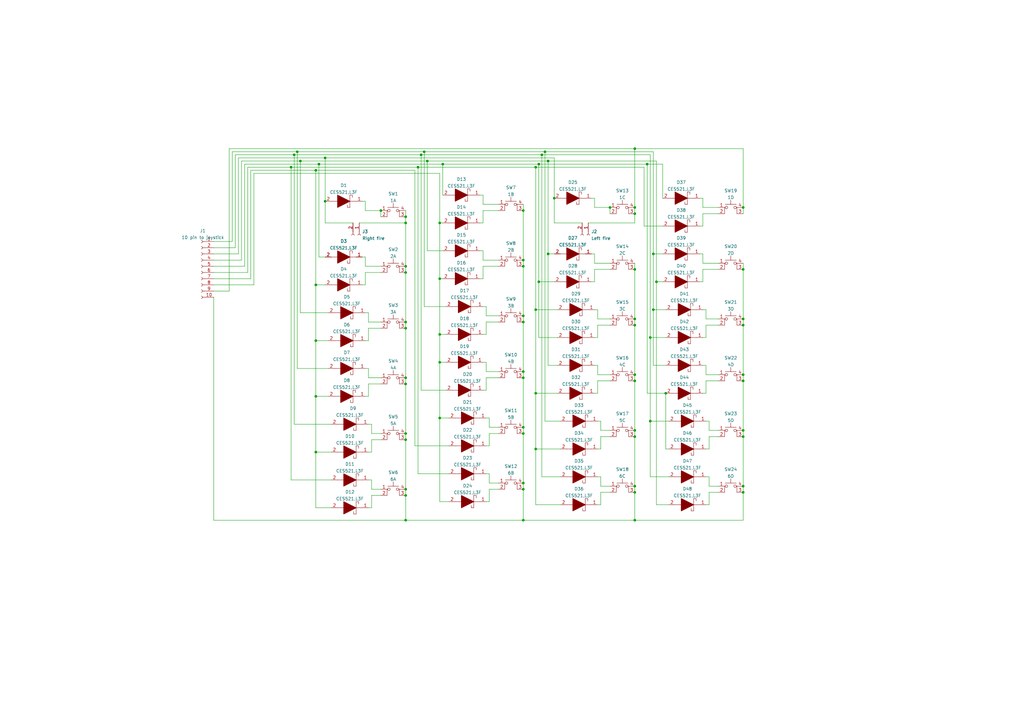
<source format=kicad_sch>
(kicad_sch (version 20211123) (generator eeschema)
  (paper "A3")
  (lib_symbols
    (symbol "Connector:Conn_01x02_Female" (pin_names (offset 1.016) hide)
      (property "Reference" "J" (at 0 2.54 0))
      (property "Value" "Conn_01x02_Female" (at 0 -5.08 0))
      (symbol "Conn_01x02_Female_1_1"
        (pin passive line (at -5.08 0 0) (length 3.81) (name "Pin_1") (number "1"))
        (pin passive line (at -5.08 -2.54 0) (length 3.81) (name "Pin_2") (number "2"))
      )
    )
    (symbol "Connector:Conn_01x10_Female" (pin_names (offset 1.016) hide)
      (property "Reference" "J" (at 0 12.7 0))
      (property "Value" "Conn_01x10_Female" (at 0 -15.24 0))
      (symbol "Conn_01x10_Female_1_1"
        (pin passive line (at -5.08 10.16 0) (length 3.81) (name "Pin_1") (number "1"))
        (pin passive line (at -5.08 -12.7 0) (length 3.81) (name "Pin_10") (number "10"))
        (pin passive line (at -5.08 7.62 0) (length 3.81) (name "Pin_2") (number "2"))
        (pin passive line (at -5.08 5.08 0) (length 3.81) (name "Pin_3") (number "3"))
        (pin passive line (at -5.08 2.54 0) (length 3.81) (name "Pin_4") (number "4"))
        (pin passive line (at -5.08 0 0) (length 3.81) (name "Pin_5") (number "5"))
        (pin passive line (at -5.08 -2.54 0) (length 3.81) (name "Pin_6") (number "6"))
        (pin passive line (at -5.08 -5.08 0) (length 3.81) (name "Pin_7") (number "7"))
        (pin passive line (at -5.08 -7.62 0) (length 3.81) (name "Pin_8") (number "8"))
        (pin passive line (at -5.08 -10.16 0) (length 3.81) (name "Pin_9") (number "9"))
      )
    )
    (symbol "SamaSys:CES521,L3F" (pin_names (offset 0.762))
      (property "Reference" "D" (at 12.7 8.89 0))
      (property "Value" "CES521,L3F" (at 12.7 6.35 0))
      (symbol "CES521,L3F_0_0"
        (pin passive line (at 2.54 0 0) (length 2.54) (name "~") (number "1"))
        (pin passive line (at 17.78 0 180) (length 2.54) (name "~") (number "2"))
      )
    )
    (symbol "Switch:SW_MEC_5E" (pin_names (offset 1.016) hide)
      (property "Reference" "SW" (at 0.635 5.715 0))
      (property "Value" "SW_MEC_5E" (at 0 -3.175 0))
      (symbol "SW_MEC_5E_0_1"
        (pin passive line (at -5.08 2.54 0) (length 2.54) (name "1") (number "1"))
        (pin passive line (at -5.08 0 0) (length 2.54) (name "2") (number "2"))
        (pin passive line (at 5.08 0 180) (length 2.54) (name "K") (number "3"))
        (pin passive line (at 5.08 2.54 180) (length 2.54) (name "A") (number "4"))
      )
    )
  )
  (junction (at 304.8 201.93))
  (junction (at 266.7 172.72))
  (junction (at 304.8 176.53))
  (junction (at 266.7 138.43))
  (junction (at 250.19 85.09))
  (junction (at 304.8 179.07))
  (junction (at 214.63 132.08))
  (junction (at 180.34 137.16))
  (junction (at 214.63 213.36))
  (junction (at 219.71 161.29))
  (junction (at 260.35 60.96))
  (junction (at 166.37 132.08))
  (junction (at 304.8 85.09))
  (junction (at 129.54 116.84))
  (junction (at 166.37 88.9))
  (junction (at 304.8 156.21))
  (junction (at 273.05 161.29))
  (junction (at 260.35 85.09))
  (junction (at 166.37 200.66))
  (junction (at 260.35 87.63))
  (junction (at 304.8 153.67))
  (junction (at 120.65 63.5))
  (junction (at 133.35 64.77))
  (junction (at 171.45 68.58))
  (junction (at 304.8 110.49))
  (junction (at 180.34 114.3))
  (junction (at 123.19 66.04))
  (junction (at 172.72 63.5))
  (junction (at 129.54 185.42))
  (junction (at 156.21 86.36))
  (junction (at 214.63 198.12))
  (junction (at 260.35 179.07))
  (junction (at 260.35 130.81))
  (junction (at 166.37 109.22))
  (junction (at 129.54 69.85))
  (junction (at 166.37 177.8))
  (junction (at 214.63 200.66))
  (junction (at 214.63 154.94))
  (junction (at 304.8 130.81))
  (junction (at 304.8 133.35))
  (junction (at 260.35 176.53))
  (junction (at 121.92 62.23))
  (junction (at 267.97 127))
  (junction (at 269.24 115.57))
  (junction (at 130.81 67.31))
  (junction (at 220.98 67.31))
  (junction (at 214.63 109.22))
  (junction (at 260.35 199.39))
  (junction (at 180.34 91.44))
  (junction (at 166.37 180.34))
  (junction (at 119.38 68.58))
  (junction (at 227.33 81.28))
  (junction (at 224.79 104.14))
  (junction (at 260.35 110.49))
  (junction (at 222.25 63.5))
  (junction (at 214.63 177.8))
  (junction (at 214.63 129.54))
  (junction (at 219.71 127))
  (junction (at 166.37 111.76))
  (junction (at 223.52 62.23))
  (junction (at 214.63 86.36))
  (junction (at 166.37 213.36))
  (junction (at 219.71 68.58))
  (junction (at 260.35 213.36))
  (junction (at 166.37 134.62))
  (junction (at 265.43 67.31))
  (junction (at 129.54 162.56))
  (junction (at 133.35 82.55))
  (junction (at 129.54 139.7))
  (junction (at 220.98 115.57))
  (junction (at 260.35 153.67))
  (junction (at 173.99 62.23))
  (junction (at 180.34 171.45))
  (junction (at 224.79 66.04))
  (junction (at 260.35 133.35))
  (junction (at 166.37 154.94))
  (junction (at 166.37 157.48))
  (junction (at 260.35 156.21))
  (junction (at 180.34 148.59))
  (junction (at 304.8 199.39))
  (junction (at 166.37 91.44))
  (junction (at 260.35 201.93))
  (junction (at 214.63 152.4))
  (junction (at 267.97 104.14))
  (junction (at 214.63 175.26))
  (junction (at 219.71 184.15))
  (junction (at 166.37 203.2))
  (junction (at 214.63 106.68))
  (junction (at 175.26 66.04))
  (junction (at 181.61 67.31))
  (wire (pts (xy 152.4 203.2) (xy 156.21 203.2)))
  (wire (pts (xy 224.79 104.14) (xy 224.79 66.04)))
  (wire (pts (xy 173.99 62.23) (xy 223.52 62.23)))
  (wire (pts (xy 96.52 63.5) (xy 120.65 63.5)))
  (wire (pts (xy 260.35 213.36) (xy 304.8 213.36)))
  (wire (pts (xy 246.38 201.93) (xy 250.19 201.93)))
  (wire (pts (xy 290.83 207.01) (xy 290.83 201.93)))
  (wire (pts (xy 227.33 64.77) (xy 227.33 81.28)))
  (wire (pts (xy 200.66 177.8) (xy 204.47 177.8)))
  (wire (pts (xy 123.19 128.27) (xy 123.19 66.04)))
  (wire (pts (xy 288.29 127) (xy 289.56 127)))
  (wire (pts (xy 289.56 161.29) (xy 289.56 156.21)))
  (wire (pts (xy 287.02 81.28) (xy 288.29 81.28)))
  (wire (pts (xy 229.87 172.72) (xy 223.52 172.72)))
  (wire (pts (xy 290.83 199.39) (xy 294.64 199.39)))
  (wire (pts (xy 156.21 86.36) (xy 156.21 88.9)))
  (wire (pts (xy 267.97 149.86) (xy 267.97 127)))
  (wire (pts (xy 246.38 195.58) (xy 246.38 199.39)))
  (wire (pts (xy 199.39 137.16) (xy 199.39 132.08)))
  (wire (pts (xy 180.34 114.3) (xy 181.61 114.3)))
  (wire (pts (xy 264.16 68.58) (xy 264.16 92.71)))
  (wire (pts (xy 87.63 111.76) (xy 101.6 111.76)))
  (wire (pts (xy 219.71 161.29) (xy 219.71 184.15)))
  (wire (pts (xy 121.92 151.13) (xy 121.92 62.23)))
  (wire (pts (xy 287.02 104.14) (xy 288.29 104.14)))
  (wire (pts (xy 166.37 157.48) (xy 166.37 177.8)))
  (wire (pts (xy 273.05 161.29) (xy 265.43 161.29)))
  (wire (pts (xy 273.05 149.86) (xy 267.97 149.86)))
  (wire (pts (xy 198.12 125.73) (xy 199.39 125.73)))
  (wire (pts (xy 266.7 172.72) (xy 274.32 172.72)))
  (wire (pts (xy 151.13 132.08) (xy 156.21 132.08)))
  (wire (pts (xy 245.11 127) (xy 245.11 130.81)))
  (wire (pts (xy 229.87 184.15) (xy 219.71 184.15)))
  (wire (pts (xy 148.59 116.84) (xy 149.86 116.84)))
  (wire (pts (xy 214.63 177.8) (xy 214.63 198.12)))
  (wire (pts (xy 180.34 205.74) (xy 184.15 205.74)))
  (wire (pts (xy 260.35 110.49) (xy 260.35 130.81)))
  (wire (pts (xy 151.13 134.62) (xy 156.21 134.62)))
  (wire (pts (xy 246.38 199.39) (xy 250.19 199.39)))
  (wire (pts (xy 180.34 91.44) (xy 181.61 91.44)))
  (wire (pts (xy 304.8 85.09) (xy 304.8 60.96)))
  (wire (pts (xy 152.4 196.85) (xy 152.4 200.66)))
  (wire (pts (xy 288.29 85.09) (xy 294.64 85.09)))
  (wire (pts (xy 289.56 184.15) (xy 290.83 184.15)))
  (wire (pts (xy 166.37 180.34) (xy 166.37 200.66)))
  (wire (pts (xy 228.6 138.43) (xy 220.98 138.43)))
  (wire (pts (xy 269.24 115.57) (xy 269.24 207.01)))
  (wire (pts (xy 304.8 201.93) (xy 304.8 213.36)))
  (wire (pts (xy 99.06 66.04) (xy 123.19 66.04)))
  (wire (pts (xy 180.34 171.45) (xy 180.34 205.74)))
  (wire (pts (xy 214.63 213.36) (xy 260.35 213.36)))
  (wire (pts (xy 99.06 106.68) (xy 99.06 66.04)))
  (wire (pts (xy 220.98 67.31) (xy 265.43 67.31)))
  (wire (pts (xy 219.71 207.01) (xy 219.71 184.15)))
  (wire (pts (xy 222.25 63.5) (xy 266.7 63.5)))
  (wire (pts (xy 219.71 68.58) (xy 264.16 68.58)))
  (wire (pts (xy 130.81 105.41) (xy 130.81 67.31)))
  (wire (pts (xy 97.79 104.14) (xy 97.79 64.77)))
  (wire (pts (xy 227.33 104.14) (xy 224.79 104.14)))
  (wire (pts (xy 166.37 200.66) (xy 166.37 203.2)))
  (wire (pts (xy 120.65 173.99) (xy 120.65 63.5)))
  (wire (pts (xy 180.34 137.16) (xy 182.88 137.16)))
  (wire (pts (xy 199.39 182.88) (xy 200.66 182.88)))
  (wire (pts (xy 170.18 182.88) (xy 184.15 182.88)))
  (wire (pts (xy 224.79 149.86) (xy 224.79 104.14)))
  (wire (pts (xy 175.26 102.87) (xy 175.26 66.04)))
  (wire (pts (xy 180.34 91.44) (xy 180.34 114.3)))
  (wire (pts (xy 170.18 69.85) (xy 170.18 182.88)))
  (wire (pts (xy 269.24 66.04) (xy 269.24 115.57)))
  (wire (pts (xy 228.6 161.29) (xy 219.71 161.29)))
  (wire (pts (xy 227.33 115.57) (xy 220.98 115.57)))
  (wire (pts (xy 199.39 129.54) (xy 204.47 129.54)))
  (wire (pts (xy 149.86 116.84) (xy 149.86 111.76)))
  (wire (pts (xy 87.63 109.22) (xy 100.33 109.22)))
  (wire (pts (xy 245.11 133.35) (xy 250.19 133.35)))
  (wire (pts (xy 199.39 125.73) (xy 199.39 129.54)))
  (wire (pts (xy 224.79 66.04) (xy 269.24 66.04)))
  (wire (pts (xy 133.35 105.41) (xy 130.81 105.41)))
  (wire (pts (xy 152.4 180.34) (xy 156.21 180.34)))
  (wire (pts (xy 260.35 199.39) (xy 260.35 201.93)))
  (wire (pts (xy 198.12 106.68) (xy 204.47 106.68)))
  (wire (pts (xy 104.14 71.12) (xy 180.34 71.12)))
  (wire (pts (xy 151.13 139.7) (xy 151.13 134.62)))
  (wire (pts (xy 200.66 194.31) (xy 200.66 198.12)))
  (wire (pts (xy 198.12 91.44) (xy 198.12 86.36)))
  (wire (pts (xy 171.45 194.31) (xy 171.45 68.58)))
  (wire (pts (xy 245.11 156.21) (xy 250.19 156.21)))
  (wire (pts (xy 151.13 173.99) (xy 152.4 173.99)))
  (wire (pts (xy 246.38 179.07) (xy 250.19 179.07)))
  (wire (pts (xy 148.59 82.55) (xy 149.86 82.55)))
  (wire (pts (xy 87.63 213.36) (xy 166.37 213.36)))
  (wire (pts (xy 151.13 162.56) (xy 151.13 157.48)))
  (wire (pts (xy 260.35 179.07) (xy 260.35 199.39)))
  (wire (pts (xy 243.84 85.09) (xy 250.19 85.09)))
  (wire (pts (xy 304.8 176.53) (xy 304.8 179.07)))
  (wire (pts (xy 243.84 149.86) (xy 245.11 149.86)))
  (wire (pts (xy 223.52 172.72) (xy 223.52 62.23)))
  (wire (pts (xy 200.66 200.66) (xy 204.47 200.66)))
  (wire (pts (xy 260.35 60.96) (xy 260.35 85.09)))
  (wire (pts (xy 119.38 196.85) (xy 119.38 68.58)))
  (wire (pts (xy 246.38 184.15) (xy 246.38 179.07)))
  (wire (pts (xy 288.29 87.63) (xy 294.64 87.63)))
  (wire (pts (xy 129.54 162.56) (xy 129.54 185.42)))
  (wire (pts (xy 267.97 62.23) (xy 267.97 104.14)))
  (wire (pts (xy 152.4 200.66) (xy 156.21 200.66)))
  (wire (pts (xy 129.54 69.85) (xy 170.18 69.85)))
  (wire (pts (xy 87.63 116.84) (xy 104.14 116.84)))
  (wire (pts (xy 304.8 156.21) (xy 304.8 176.53)))
  (wire (pts (xy 171.45 68.58) (xy 219.71 68.58)))
  (wire (pts (xy 245.11 207.01) (xy 246.38 207.01)))
  (wire (pts (xy 246.38 207.01) (xy 246.38 201.93)))
  (wire (pts (xy 129.54 162.56) (xy 134.62 162.56)))
  (wire (pts (xy 166.37 132.08) (xy 166.37 134.62)))
  (wire (pts (xy 102.87 69.85) (xy 129.54 69.85)))
  (wire (pts (xy 242.57 115.57) (xy 243.84 115.57)))
  (wire (pts (xy 214.63 200.66) (xy 214.63 213.36)))
  (wire (pts (xy 152.4 173.99) (xy 152.4 177.8)))
  (wire (pts (xy 245.11 153.67) (xy 250.19 153.67)))
  (wire (pts (xy 199.39 205.74) (xy 200.66 205.74)))
  (wire (pts (xy 87.63 106.68) (xy 99.06 106.68)))
  (wire (pts (xy 227.33 91.44) (xy 227.33 81.28)))
  (wire (pts (xy 198.12 114.3) (xy 198.12 109.22)))
  (wire (pts (xy 229.87 207.01) (xy 219.71 207.01)))
  (wire (pts (xy 214.63 86.36) (xy 214.63 106.68)))
  (wire (pts (xy 151.13 196.85) (xy 152.4 196.85)))
  (wire (pts (xy 290.83 179.07) (xy 294.64 179.07)))
  (wire (pts (xy 181.61 67.31) (xy 181.61 80.01)))
  (wire (pts (xy 135.89 196.85) (xy 119.38 196.85)))
  (wire (pts (xy 260.35 176.53) (xy 260.35 179.07)))
  (wire (pts (xy 274.32 195.58) (xy 266.7 195.58)))
  (wire (pts (xy 129.54 185.42) (xy 135.89 185.42)))
  (wire (pts (xy 241.3 91.44) (xy 260.35 91.44)))
  (wire (pts (xy 151.13 151.13) (xy 151.13 154.94)))
  (wire (pts (xy 200.66 182.88) (xy 200.66 177.8)))
  (wire (pts (xy 166.37 91.44) (xy 166.37 109.22)))
  (wire (pts (xy 123.19 66.04) (xy 175.26 66.04)))
  (wire (pts (xy 266.7 138.43) (xy 266.7 172.72)))
  (wire (pts (xy 214.63 198.12) (xy 214.63 200.66)))
  (wire (pts (xy 260.35 107.95) (xy 260.35 110.49)))
  (wire (pts (xy 198.12 83.82) (xy 204.47 83.82)))
  (wire (pts (xy 96.52 101.6) (xy 96.52 63.5)))
  (wire (pts (xy 304.8 85.09) (xy 304.8 87.63)))
  (wire (pts (xy 152.4 208.28) (xy 152.4 203.2)))
  (wire (pts (xy 87.63 104.14) (xy 97.79 104.14)))
  (wire (pts (xy 289.56 195.58) (xy 290.83 195.58)))
  (wire (pts (xy 269.24 115.57) (xy 271.78 115.57)))
  (wire (pts (xy 289.56 156.21) (xy 294.64 156.21)))
  (wire (pts (xy 151.13 185.42) (xy 152.4 185.42)))
  (wire (pts (xy 95.25 62.23) (xy 121.92 62.23)))
  (wire (pts (xy 180.34 171.45) (xy 184.15 171.45)))
  (wire (pts (xy 184.15 194.31) (xy 171.45 194.31)))
  (wire (pts (xy 180.34 71.12) (xy 180.34 91.44)))
  (wire (pts (xy 149.86 111.76) (xy 156.21 111.76)))
  (wire (pts (xy 149.86 151.13) (xy 151.13 151.13)))
  (wire (pts (xy 274.32 184.15) (xy 273.05 184.15)))
  (wire (pts (xy 267.97 127) (xy 267.97 104.14)))
  (wire (pts (xy 245.11 138.43) (xy 245.11 133.35)))
  (wire (pts (xy 219.71 127) (xy 219.71 161.29)))
  (wire (pts (xy 104.14 116.84) (xy 104.14 71.12)))
  (wire (pts (xy 119.38 68.58) (xy 171.45 68.58)))
  (wire (pts (xy 133.35 64.77) (xy 227.33 64.77)))
  (wire (pts (xy 228.6 127) (xy 219.71 127)))
  (wire (pts (xy 289.56 138.43) (xy 289.56 133.35)))
  (wire (pts (xy 289.56 149.86) (xy 289.56 153.67)))
  (wire (pts (xy 87.63 119.38) (xy 93.98 119.38)))
  (wire (pts (xy 166.37 88.9) (xy 166.37 91.44)))
  (wire (pts (xy 196.85 91.44) (xy 198.12 91.44)))
  (wire (pts (xy 199.39 132.08) (xy 204.47 132.08)))
  (wire (pts (xy 273.05 184.15) (xy 273.05 161.29)))
  (wire (pts (xy 243.84 115.57) (xy 243.84 110.49)))
  (wire (pts (xy 245.11 184.15) (xy 246.38 184.15)))
  (wire (pts (xy 149.86 128.27) (xy 151.13 128.27)))
  (wire (pts (xy 260.35 153.67) (xy 260.35 156.21)))
  (wire (pts (xy 288.29 107.95) (xy 294.64 107.95)))
  (wire (pts (xy 149.86 139.7) (xy 151.13 139.7)))
  (wire (pts (xy 151.13 208.28) (xy 152.4 208.28)))
  (wire (pts (xy 266.7 172.72) (xy 266.7 195.58)))
  (wire (pts (xy 260.35 133.35) (xy 260.35 153.67)))
  (wire (pts (xy 265.43 161.29) (xy 265.43 67.31)))
  (wire (pts (xy 267.97 104.14) (xy 271.78 104.14)))
  (wire (pts (xy 166.37 213.36) (xy 214.63 213.36)))
  (wire (pts (xy 289.56 133.35) (xy 294.64 133.35)))
  (wire (pts (xy 288.29 104.14) (xy 288.29 107.95)))
  (wire (pts (xy 246.38 176.53) (xy 250.19 176.53)))
  (wire (pts (xy 243.84 138.43) (xy 245.11 138.43)))
  (wire (pts (xy 93.98 119.38) (xy 93.98 60.96)))
  (wire (pts (xy 149.86 109.22) (xy 156.21 109.22)))
  (wire (pts (xy 147.32 91.44) (xy 166.37 91.44)))
  (wire (pts (xy 129.54 139.7) (xy 134.62 139.7)))
  (wire (pts (xy 149.86 105.41) (xy 149.86 109.22)))
  (wire (pts (xy 181.61 102.87) (xy 175.26 102.87)))
  (wire (pts (xy 180.34 137.16) (xy 180.34 148.59)))
  (wire (pts (xy 129.54 116.84) (xy 133.35 116.84)))
  (wire (pts (xy 200.66 205.74) (xy 200.66 200.66)))
  (wire (pts (xy 144.78 91.44) (xy 133.35 91.44)))
  (wire (pts (xy 214.63 109.22) (xy 214.63 129.54)))
  (wire (pts (xy 288.29 149.86) (xy 289.56 149.86)))
  (wire (pts (xy 198.12 86.36) (xy 204.47 86.36)))
  (wire (pts (xy 133.35 91.44) (xy 133.35 82.55)))
  (wire (pts (xy 135.89 173.99) (xy 120.65 173.99)))
  (wire (pts (xy 289.56 207.01) (xy 290.83 207.01)))
  (wire (pts (xy 243.84 107.95) (xy 250.19 107.95)))
  (wire (pts (xy 242.57 81.28) (xy 243.84 81.28)))
  (wire (pts (xy 287.02 92.71) (xy 288.29 92.71)))
  (wire (pts (xy 264.16 92.71) (xy 271.78 92.71)))
  (wire (pts (xy 166.37 109.22) (xy 166.37 111.76)))
  (wire (pts (xy 290.83 176.53) (xy 294.64 176.53)))
  (wire (pts (xy 152.4 185.42) (xy 152.4 180.34)))
  (wire (pts (xy 121.92 62.23) (xy 173.99 62.23)))
  (wire (pts (xy 120.65 63.5) (xy 172.72 63.5)))
  (wire (pts (xy 250.19 85.09) (xy 250.19 87.63)))
  (wire (pts (xy 129.54 69.85) (xy 129.54 116.84)))
  (wire (pts (xy 229.87 195.58) (xy 222.25 195.58)))
  (wire (pts (xy 245.11 130.81) (xy 250.19 130.81)))
  (wire (pts (xy 220.98 67.31) (xy 220.98 115.57)))
  (wire (pts (xy 290.83 184.15) (xy 290.83 179.07)))
  (wire (pts (xy 246.38 172.72) (xy 246.38 176.53)))
  (wire (pts (xy 260.35 130.81) (xy 260.35 133.35)))
  (wire (pts (xy 243.84 161.29) (xy 245.11 161.29)))
  (wire (pts (xy 93.98 60.96) (xy 260.35 60.96)))
  (wire (pts (xy 198.12 102.87) (xy 198.12 106.68)))
  (wire (pts (xy 182.88 160.02) (xy 172.72 160.02)))
  (wire (pts (xy 287.02 115.57) (xy 288.29 115.57)))
  (wire (pts (xy 271.78 67.31) (xy 271.78 81.28)))
  (wire (pts (xy 304.8 153.67) (xy 304.8 156.21)))
  (wire (pts (xy 199.39 194.31) (xy 200.66 194.31)))
  (wire (pts (xy 266.7 138.43) (xy 273.05 138.43)))
  (wire (pts (xy 198.12 137.16) (xy 199.39 137.16)))
  (wire (pts (xy 149.86 82.55) (xy 149.86 86.36)))
  (wire (pts (xy 288.29 161.29) (xy 289.56 161.29)))
  (wire (pts (xy 166.37 111.76) (xy 166.37 132.08)))
  (wire (pts (xy 181.61 67.31) (xy 220.98 67.31)))
  (wire (pts (xy 199.39 152.4) (xy 204.47 152.4)))
  (wire (pts (xy 243.84 104.14) (xy 243.84 107.95)))
  (wire (pts (xy 166.37 177.8) (xy 166.37 180.34)))
  (wire (pts (xy 304.8 130.81) (xy 304.8 133.35)))
  (wire (pts (xy 87.63 99.06) (xy 95.25 99.06)))
  (wire (pts (xy 269.24 207.01) (xy 274.32 207.01)))
  (wire (pts (xy 214.63 132.08) (xy 214.63 152.4)))
  (wire (pts (xy 166.37 154.94) (xy 166.37 157.48)))
  (wire (pts (xy 199.39 160.02) (xy 199.39 154.94)))
  (wire (pts (xy 198.12 148.59) (xy 199.39 148.59)))
  (wire (pts (xy 182.88 125.73) (xy 173.99 125.73)))
  (wire (pts (xy 196.85 102.87) (xy 198.12 102.87)))
  (wire (pts (xy 149.86 86.36) (xy 156.21 86.36)))
  (wire (pts (xy 260.35 85.09) (xy 260.35 87.63)))
  (wire (pts (xy 87.63 101.6) (xy 96.52 101.6)))
  (wire (pts (xy 228.6 149.86) (xy 224.79 149.86)))
  (wire (pts (xy 289.56 153.67) (xy 294.64 153.67)))
  (wire (pts (xy 198.12 109.22) (xy 204.47 109.22)))
  (wire (pts (xy 242.57 104.14) (xy 243.84 104.14)))
  (wire (pts (xy 175.26 66.04) (xy 224.79 66.04)))
  (wire (pts (xy 222.25 195.58) (xy 222.25 63.5)))
  (wire (pts (xy 260.35 91.44) (xy 260.35 87.63)))
  (wire (pts (xy 289.56 130.81) (xy 294.64 130.81)))
  (wire (pts (xy 245.11 172.72) (xy 246.38 172.72)))
  (wire (pts (xy 151.13 154.94) (xy 156.21 154.94)))
  (wire (pts (xy 288.29 81.28) (xy 288.29 85.09)))
  (wire (pts (xy 245.11 161.29) (xy 245.11 156.21)))
  (wire (pts (xy 134.62 151.13) (xy 121.92 151.13)))
  (wire (pts (xy 260.35 60.96) (xy 304.8 60.96)))
  (wire (pts (xy 152.4 177.8) (xy 156.21 177.8)))
  (wire (pts (xy 266.7 63.5) (xy 266.7 138.43)))
  (wire (pts (xy 288.29 110.49) (xy 294.64 110.49)))
  (wire (pts (xy 148.59 105.41) (xy 149.86 105.41)))
  (wire (pts (xy 180.34 148.59) (xy 180.34 171.45)))
  (wire (pts (xy 135.89 208.28) (xy 129.54 208.28)))
  (wire (pts (xy 260.35 156.21) (xy 260.35 176.53)))
  (wire (pts (xy 304.8 133.35) (xy 304.8 153.67)))
  (wire (pts (xy 220.98 138.43) (xy 220.98 115.57)))
  (wire (pts (xy 101.6 111.76) (xy 101.6 68.58)))
  (wire (pts (xy 214.63 106.68) (xy 214.63 109.22)))
  (wire (pts (xy 87.63 213.36) (xy 87.63 121.92)))
  (wire (pts (xy 214.63 175.26) (xy 214.63 177.8)))
  (wire (pts (xy 223.52 62.23) (xy 267.97 62.23)))
  (wire (pts (xy 129.54 116.84) (xy 129.54 139.7)))
  (wire (pts (xy 214.63 83.82) (xy 214.63 86.36)))
  (wire (pts (xy 200.66 198.12) (xy 204.47 198.12)))
  (wire (pts (xy 214.63 154.94) (xy 214.63 175.26)))
  (wire (pts (xy 290.83 201.93) (xy 294.64 201.93)))
  (wire (pts (xy 200.66 175.26) (xy 204.47 175.26)))
  (wire (pts (xy 172.72 63.5) (xy 222.25 63.5)))
  (wire (pts (xy 151.13 157.48) (xy 156.21 157.48)))
  (wire (pts (xy 304.8 179.07) (xy 304.8 199.39)))
  (wire (pts (xy 304.8 110.49) (xy 304.8 130.81)))
  (wire (pts (xy 238.76 91.44) (xy 227.33 91.44)))
  (wire (pts (xy 245.11 149.86) (xy 245.11 153.67)))
  (wire (pts (xy 290.83 172.72) (xy 290.83 176.53)))
  (wire (pts (xy 180.34 148.59) (xy 182.88 148.59)))
  (wire (pts (xy 214.63 152.4) (xy 214.63 154.94)))
  (wire (pts (xy 102.87 114.3) (xy 102.87 69.85)))
  (wire (pts (xy 166.37 86.36) (xy 166.37 88.9)))
  (wire (pts (xy 289.56 172.72) (xy 290.83 172.72)))
  (wire (pts (xy 288.29 138.43) (xy 289.56 138.43)))
  (wire (pts (xy 290.83 195.58) (xy 290.83 199.39)))
  (wire (pts (xy 133.35 64.77) (xy 133.35 82.55)))
  (wire (pts (xy 200.66 171.45) (xy 200.66 175.26)))
  (wire (pts (xy 100.33 109.22) (xy 100.33 67.31)))
  (wire (pts (xy 219.71 127) (xy 219.71 68.58)))
  (wire (pts (xy 180.34 114.3) (xy 180.34 137.16)))
  (wire (pts (xy 199.39 154.94) (xy 204.47 154.94)))
  (wire (pts (xy 166.37 134.62) (xy 166.37 154.94)))
  (wire (pts (xy 265.43 67.31) (xy 271.78 67.31)))
  (wire (pts (xy 243.84 110.49) (xy 250.19 110.49)))
  (wire (pts (xy 87.63 114.3) (xy 102.87 114.3)))
  (wire (pts (xy 245.11 195.58) (xy 246.38 195.58)))
  (wire (pts (xy 198.12 160.02) (xy 199.39 160.02)))
  (wire (pts (xy 199.39 171.45) (xy 200.66 171.45)))
  (wire (pts (xy 288.29 92.71) (xy 288.29 87.63)))
  (wire (pts (xy 166.37 203.2) (xy 166.37 213.36)))
  (wire (pts (xy 129.54 208.28) (xy 129.54 185.42)))
  (wire (pts (xy 304.8 199.39) (xy 304.8 201.93)))
  (wire (pts (xy 101.6 68.58) (xy 119.38 68.58)))
  (wire (pts (xy 267.97 127) (xy 273.05 127)))
  (wire (pts (xy 130.81 67.31) (xy 181.61 67.31)))
  (wire (pts (xy 151.13 128.27) (xy 151.13 132.08)))
  (wire (pts (xy 149.86 162.56) (xy 151.13 162.56)))
  (wire (pts (xy 196.85 80.01) (xy 198.12 80.01)))
  (wire (pts (xy 288.29 115.57) (xy 288.29 110.49)))
  (wire (pts (xy 173.99 125.73) (xy 173.99 62.23)))
  (wire (pts (xy 243.84 81.28) (xy 243.84 85.09)))
  (wire (pts (xy 260.35 201.93) (xy 260.35 213.36)))
  (wire (pts (xy 100.33 67.31) (xy 130.81 67.31)))
  (wire (pts (xy 134.62 128.27) (xy 123.19 128.27)))
  (wire (pts (xy 129.54 139.7) (xy 129.54 162.56)))
  (wire (pts (xy 172.72 160.02) (xy 172.72 63.5)))
  (wire (pts (xy 97.79 64.77) (xy 133.35 64.77)))
  (wire (pts (xy 243.84 127) (xy 245.11 127)))
  (wire (pts (xy 196.85 114.3) (xy 198.12 114.3)))
  (wire (pts (xy 198.12 80.01) (xy 198.12 83.82)))
  (wire (pts (xy 214.63 129.54) (xy 214.63 132.08)))
  (wire (pts (xy 199.39 148.59) (xy 199.39 152.4)))
  (wire (pts (xy 289.56 127) (xy 289.56 130.81)))
  (wire (pts (xy 304.8 107.95) (xy 304.8 110.49)))
  (wire (pts (xy 95.25 99.06) (xy 95.25 62.23)))
  (symbol (lib_id "Switch:SW_MEC_5E") (at 255.27 179.07 0) (unit 1)
    (property "Reference" "SW17" (at 255.27 169.6425 0))
    (property "Value" "5C" (at 255.27 172.4176 0))
    (property "Footprint" "CheshBits:MicroTactile" (effects hide))
    (property "Datasheet" "http://www.apem.com/int/index.php?controller=attachment&id_attachment=1371" (effects hide))
  )
  (symbol (lib_id "Switch:SW_MEC_5E") (at 299.72 87.63 0) (unit 1)
    (property "Reference" "SW19" (at 299.72 78.2025 0))
    (property "Value" "1D" (at 299.72 80.9776 0))
    (property "Footprint" "CheshBits:MicroTactile" (effects hide))
    (property "Datasheet" "http://www.apem.com/int/index.php?controller=attachment&id_attachment=1371" (effects hide))
  )
  (symbol (lib_id "SamaSys:CES521,L3F") (at 201.93 182.88 180) (unit 1)
    (property "Reference" "D22" (at 191.77 176.3735 0))
    (property "Value" "CES521,L3F" (at 191.77 179.1486 0))
    (property "Footprint" "Diode_SMD:D_SOD-523" (effects hide))
    (property "Datasheet" "http://toshiba.semicon-storage.com/info/docget.jsp?did=7054&prodName=CES521" (effects hide))
    (property "Description" "Schottky Diodes & Rectifiers SM Sig Schotky Diode 30 VR 0.2A 1 Circuit" (effects hide))
    (property "Height" "0.7" (effects hide))
    (property "Manufacturer_Name" "Toshiba" (effects hide))
    (property "Manufacturer_Part_Number" "CES521,L3F" (effects hide))
    (property "Mouser Part Number" "757-CES521L3F" (effects hide))
    (property "Mouser Price/Stock" "https://www.mouser.co.uk/ProductDetail/Toshiba/CES521L3F?qs=%252B8yZ8wZTKG4XxrwXbkAgcg%3D%3D" (effects hide))
    (property "Arrow Part Number" "CES521,L3F" (effects hide))
    (property "Arrow Price/Stock" "https://www.arrow.com/en/products/ces521l3f/toshiba?region=nac" (effects hide))
  )
  (symbol (lib_id "SamaSys:CES521,L3F") (at 246.38 127 180) (unit 1)
    (property "Reference" "D29" (at 236.22 120.4935 0))
    (property "Value" "CES521,L3F" (at 236.22 123.2686 0))
    (property "Footprint" "Diode_SMD:D_SOD-523" (effects hide))
    (property "Datasheet" "http://toshiba.semicon-storage.com/info/docget.jsp?did=7054&prodName=CES521" (effects hide))
    (property "Description" "Schottky Diodes & Rectifiers SM Sig Schotky Diode 30 VR 0.2A 1 Circuit" (effects hide))
    (property "Height" "0.7" (effects hide))
    (property "Manufacturer_Name" "Toshiba" (effects hide))
    (property "Manufacturer_Part_Number" "CES521,L3F" (effects hide))
    (property "Mouser Part Number" "757-CES521L3F" (effects hide))
    (property "Mouser Price/Stock" "https://www.mouser.co.uk/ProductDetail/Toshiba/CES521L3F?qs=%252B8yZ8wZTKG4XxrwXbkAgcg%3D%3D" (effects hide))
    (property "Arrow Part Number" "CES521,L3F" (effects hide))
    (property "Arrow Price/Stock" "https://www.arrow.com/en/products/ces521l3f/toshiba?region=nac" (effects hide))
  )
  (symbol (lib_id "Switch:SW_MEC_5E") (at 161.29 88.9 0) (unit 1)
    (property "Reference" "SW1" (at 161.29 79.4725 0))
    (property "Value" "1A" (at 161.29 82.2476 0))
    (property "Footprint" "CheshBits:MicroTactile" (effects hide))
    (property "Datasheet" "http://www.apem.com/int/index.php?controller=attachment&id_attachment=1371" (effects hide))
  )
  (symbol (lib_id "SamaSys:CES521,L3F") (at 290.83 161.29 180) (unit 1)
    (property "Reference" "D44" (at 280.67 154.7835 0))
    (property "Value" "CES521,L3F" (at 280.67 157.5586 0))
    (property "Footprint" "Diode_SMD:D_SOD-523" (effects hide))
    (property "Datasheet" "http://toshiba.semicon-storage.com/info/docget.jsp?did=7054&prodName=CES521" (effects hide))
    (property "Description" "Schottky Diodes & Rectifiers SM Sig Schotky Diode 30 VR 0.2A 1 Circuit" (effects hide))
    (property "Height" "0.7" (effects hide))
    (property "Manufacturer_Name" "Toshiba" (effects hide))
    (property "Manufacturer_Part_Number" "CES521,L3F" (effects hide))
    (property "Mouser Part Number" "757-CES521L3F" (effects hide))
    (property "Mouser Price/Stock" "https://www.mouser.co.uk/ProductDetail/Toshiba/CES521L3F?qs=%252B8yZ8wZTKG4XxrwXbkAgcg%3D%3D" (effects hide))
    (property "Arrow Part Number" "CES521,L3F" (effects hide))
    (property "Arrow Price/Stock" "https://www.arrow.com/en/products/ces521l3f/toshiba?region=nac" (effects hide))
  )
  (symbol (lib_id "Switch:SW_MEC_5E") (at 161.29 180.34 0) (unit 1)
    (property "Reference" "SW5" (at 161.29 170.9125 0))
    (property "Value" "5A" (at 161.29 173.6876 0))
    (property "Footprint" "CheshBits:MicroTactile" (effects hide))
    (property "Datasheet" "http://www.apem.com/int/index.php?controller=attachment&id_attachment=1371" (effects hide))
  )
  (symbol (lib_id "Switch:SW_MEC_5E") (at 255.27 87.63 0) (unit 1)
    (property "Reference" "SW13" (at 255.27 78.2025 0))
    (property "Value" "1C" (at 255.27 80.9776 0))
    (property "Footprint" "CheshBits:MicroTactile" (effects hide))
    (property "Datasheet" "http://www.apem.com/int/index.php?controller=attachment&id_attachment=1371" (effects hide))
  )
  (symbol (lib_id "SamaSys:CES521,L3F") (at 199.39 102.87 180) (unit 1)
    (property "Reference" "D15" (at 189.23 96.3635 0))
    (property "Value" "CES521,L3F" (at 189.23 99.1386 0))
    (property "Footprint" "Diode_SMD:D_SOD-523" (effects hide))
    (property "Datasheet" "http://toshiba.semicon-storage.com/info/docget.jsp?did=7054&prodName=CES521" (effects hide))
    (property "Description" "Schottky Diodes & Rectifiers SM Sig Schotky Diode 30 VR 0.2A 1 Circuit" (effects hide))
    (property "Height" "0.7" (effects hide))
    (property "Manufacturer_Name" "Toshiba" (effects hide))
    (property "Manufacturer_Part_Number" "CES521,L3F" (effects hide))
    (property "Mouser Part Number" "757-CES521L3F" (effects hide))
    (property "Mouser Price/Stock" "https://www.mouser.co.uk/ProductDetail/Toshiba/CES521L3F?qs=%252B8yZ8wZTKG4XxrwXbkAgcg%3D%3D" (effects hide))
    (property "Arrow Part Number" "CES521,L3F" (effects hide))
    (property "Arrow Price/Stock" "https://www.arrow.com/en/products/ces521l3f/toshiba?region=nac" (effects hide))
  )
  (symbol (lib_id "SamaSys:CES521,L3F") (at 289.56 92.71 180) (unit 1)
    (property "Reference" "D38" (at 279.4 86.2035 0))
    (property "Value" "CES521,L3F" (at 279.4 88.9786 0))
    (property "Footprint" "Diode_SMD:D_SOD-523" (effects hide))
    (property "Datasheet" "http://toshiba.semicon-storage.com/info/docget.jsp?did=7054&prodName=CES521" (effects hide))
    (property "Description" "Schottky Diodes & Rectifiers SM Sig Schotky Diode 30 VR 0.2A 1 Circuit" (effects hide))
    (property "Height" "0.7" (effects hide))
    (property "Manufacturer_Name" "Toshiba" (effects hide))
    (property "Manufacturer_Part_Number" "CES521,L3F" (effects hide))
    (property "Mouser Part Number" "757-CES521L3F" (effects hide))
    (property "Mouser Price/Stock" "https://www.mouser.co.uk/ProductDetail/Toshiba/CES521L3F?qs=%252B8yZ8wZTKG4XxrwXbkAgcg%3D%3D" (effects hide))
    (property "Arrow Part Number" "CES521,L3F" (effects hide))
    (property "Arrow Price/Stock" "https://www.arrow.com/en/products/ces521l3f/toshiba?region=nac" (effects hide))
  )
  (symbol (lib_id "SamaSys:CES521,L3F") (at 151.13 116.84 180) (unit 1)
    (property "Reference" "D4" (at 140.97 110.3335 0))
    (property "Value" "CES521,L3F" (at 140.97 113.1086 0))
    (property "Footprint" "Diode_SMD:D_SOD-523" (effects hide))
    (property "Datasheet" "http://toshiba.semicon-storage.com/info/docget.jsp?did=7054&prodName=CES521" (effects hide))
    (property "Description" "Schottky Diodes & Rectifiers SM Sig Schotky Diode 30 VR 0.2A 1 Circuit" (effects hide))
    (property "Height" "0.7" (effects hide))
    (property "Manufacturer_Name" "Toshiba" (effects hide))
    (property "Manufacturer_Part_Number" "CES521,L3F" (effects hide))
    (property "Mouser Part Number" "757-CES521L3F" (effects hide))
    (property "Mouser Price/Stock" "https://www.mouser.co.uk/ProductDetail/Toshiba/CES521L3F?qs=%252B8yZ8wZTKG4XxrwXbkAgcg%3D%3D" (effects hide))
    (property "Arrow Part Number" "CES521,L3F" (effects hide))
    (property "Arrow Price/Stock" "https://www.arrow.com/en/products/ces521l3f/toshiba?region=nac" (effects hide))
  )
  (symbol (lib_id "SamaSys:CES521,L3F") (at 247.65 195.58 180) (unit 1)
    (property "Reference" "D35" (at 237.49 189.0735 0))
    (property "Value" "CES521,L3F" (at 237.49 191.8486 0))
    (property "Footprint" "Diode_SMD:D_SOD-523" (effects hide))
    (property "Datasheet" "http://toshiba.semicon-storage.com/info/docget.jsp?did=7054&prodName=CES521" (effects hide))
    (property "Description" "Schottky Diodes & Rectifiers SM Sig Schotky Diode 30 VR 0.2A 1 Circuit" (effects hide))
    (property "Height" "0.7" (effects hide))
    (property "Manufacturer_Name" "Toshiba" (effects hide))
    (property "Manufacturer_Part_Number" "CES521,L3F" (effects hide))
    (property "Mouser Part Number" "757-CES521L3F" (effects hide))
    (property "Mouser Price/Stock" "https://www.mouser.co.uk/ProductDetail/Toshiba/CES521L3F?qs=%252B8yZ8wZTKG4XxrwXbkAgcg%3D%3D" (effects hide))
    (property "Arrow Part Number" "CES521,L3F" (effects hide))
    (property "Arrow Price/Stock" "https://www.arrow.com/en/products/ces521l3f/toshiba?region=nac" (effects hide))
  )
  (symbol (lib_id "SamaSys:CES521,L3F") (at 201.93 194.31 180) (unit 1)
    (property "Reference" "D23" (at 191.77 187.8035 0))
    (property "Value" "CES521,L3F" (at 191.77 190.5786 0))
    (property "Footprint" "Diode_SMD:D_SOD-523" (effects hide))
    (property "Datasheet" "http://toshiba.semicon-storage.com/info/docget.jsp?did=7054&prodName=CES521" (effects hide))
    (property "Description" "Schottky Diodes & Rectifiers SM Sig Schotky Diode 30 VR 0.2A 1 Circuit" (effects hide))
    (property "Height" "0.7" (effects hide))
    (property "Manufacturer_Name" "Toshiba" (effects hide))
    (property "Manufacturer_Part_Number" "CES521,L3F" (effects hide))
    (property "Mouser Part Number" "757-CES521L3F" (effects hide))
    (property "Mouser Price/Stock" "https://www.mouser.co.uk/ProductDetail/Toshiba/CES521L3F?qs=%252B8yZ8wZTKG4XxrwXbkAgcg%3D%3D" (effects hide))
    (property "Arrow Part Number" "CES521,L3F" (effects hide))
    (property "Arrow Price/Stock" "https://www.arrow.com/en/products/ces521l3f/toshiba?region=nac" (effects hide))
  )
  (symbol (lib_id "SamaSys:CES521,L3F") (at 246.38 138.43 180) (unit 1)
    (property "Reference" "D30" (at 236.22 131.9235 0))
    (property "Value" "CES521,L3F" (at 236.22 134.6986 0))
    (property "Footprint" "Diode_SMD:D_SOD-523" (effects hide))
    (property "Datasheet" "http://toshiba.semicon-storage.com/info/docget.jsp?did=7054&prodName=CES521" (effects hide))
    (property "Description" "Schottky Diodes & Rectifiers SM Sig Schotky Diode 30 VR 0.2A 1 Circuit" (effects hide))
    (property "Height" "0.7" (effects hide))
    (property "Manufacturer_Name" "Toshiba" (effects hide))
    (property "Manufacturer_Part_Number" "CES521,L3F" (effects hide))
    (property "Mouser Part Number" "757-CES521L3F" (effects hide))
    (property "Mouser Price/Stock" "https://www.mouser.co.uk/ProductDetail/Toshiba/CES521L3F?qs=%252B8yZ8wZTKG4XxrwXbkAgcg%3D%3D" (effects hide))
    (property "Arrow Part Number" "CES521,L3F" (effects hide))
    (property "Arrow Price/Stock" "https://www.arrow.com/en/products/ces521l3f/toshiba?region=nac" (effects hide))
  )
  (symbol (lib_id "SamaSys:CES521,L3F") (at 153.67 208.28 180) (unit 1)
    (property "Reference" "D12" (at 143.51 201.7735 0))
    (property "Value" "CES521,L3F" (at 143.51 204.5486 0))
    (property "Footprint" "Diode_SMD:D_SOD-523" (effects hide))
    (property "Datasheet" "http://toshiba.semicon-storage.com/info/docget.jsp?did=7054&prodName=CES521" (effects hide))
    (property "Description" "Schottky Diodes & Rectifiers SM Sig Schotky Diode 30 VR 0.2A 1 Circuit" (effects hide))
    (property "Height" "0.7" (effects hide))
    (property "Manufacturer_Name" "Toshiba" (effects hide))
    (property "Manufacturer_Part_Number" "CES521,L3F" (effects hide))
    (property "Mouser Part Number" "757-CES521L3F" (effects hide))
    (property "Mouser Price/Stock" "https://www.mouser.co.uk/ProductDetail/Toshiba/CES521L3F?qs=%252B8yZ8wZTKG4XxrwXbkAgcg%3D%3D" (effects hide))
    (property "Arrow Part Number" "CES521,L3F" (effects hide))
    (property "Arrow Price/Stock" "https://www.arrow.com/en/products/ces521l3f/toshiba?region=nac" (effects hide))
  )
  (symbol (lib_id "SamaSys:CES521,L3F") (at 290.83 127 180) (unit 1)
    (property "Reference" "D41" (at 280.67 120.4935 0))
    (property "Value" "CES521,L3F" (at 280.67 123.2686 0))
    (property "Footprint" "Diode_SMD:D_SOD-523" (effects hide))
    (property "Datasheet" "http://toshiba.semicon-storage.com/info/docget.jsp?did=7054&prodName=CES521" (effects hide))
    (property "Description" "Schottky Diodes & Rectifiers SM Sig Schotky Diode 30 VR 0.2A 1 Circuit" (effects hide))
    (property "Height" "0.7" (effects hide))
    (property "Manufacturer_Name" "Toshiba" (effects hide))
    (property "Manufacturer_Part_Number" "CES521,L3F" (effects hide))
    (property "Mouser Part Number" "757-CES521L3F" (effects hide))
    (property "Mouser Price/Stock" "https://www.mouser.co.uk/ProductDetail/Toshiba/CES521L3F?qs=%252B8yZ8wZTKG4XxrwXbkAgcg%3D%3D" (effects hide))
    (property "Arrow Part Number" "CES521,L3F" (effects hide))
    (property "Arrow Price/Stock" "https://www.arrow.com/en/products/ces521l3f/toshiba?region=nac" (effects hide))
  )
  (symbol (lib_id "SamaSys:CES521,L3F") (at 289.56 115.57 180) (unit 1)
    (property "Reference" "D40" (at 279.4 109.0635 0))
    (property "Value" "CES521,L3F" (at 279.4 111.8386 0))
    (property "Footprint" "Diode_SMD:D_SOD-523" (effects hide))
    (property "Datasheet" "http://toshiba.semicon-storage.com/info/docget.jsp?did=7054&prodName=CES521" (effects hide))
    (property "Description" "Schottky Diodes & Rectifiers SM Sig Schotky Diode 30 VR 0.2A 1 Circuit" (effects hide))
    (property "Height" "0.7" (effects hide))
    (property "Manufacturer_Name" "Toshiba" (effects hide))
    (property "Manufacturer_Part_Number" "CES521,L3F" (effects hide))
    (property "Mouser Part Number" "757-CES521L3F" (effects hide))
    (property "Mouser Price/Stock" "https://www.mouser.co.uk/ProductDetail/Toshiba/CES521L3F?qs=%252B8yZ8wZTKG4XxrwXbkAgcg%3D%3D" (effects hide))
    (property "Arrow Part Number" "CES521,L3F" (effects hide))
    (property "Arrow Price/Stock" "https://www.arrow.com/en/products/ces521l3f/toshiba?region=nac" (effects hide))
  )
  (symbol (lib_id "Switch:SW_MEC_5E") (at 209.55 86.36 0) (unit 1)
    (property "Reference" "SW7" (at 209.55 76.9325 0))
    (property "Value" "1B" (at 209.55 79.7076 0))
    (property "Footprint" "CheshBits:MicroTactile" (effects hide))
    (property "Datasheet" "http://www.apem.com/int/index.php?controller=attachment&id_attachment=1371" (effects hide))
  )
  (symbol (lib_id "Connector:Conn_01x02_Female") (at 147.32 96.52 270) (unit 1)
    (property "Reference" "J3" (at 148.5392 94.9765 90) (effects (justify left)))
    (property "Value" "Right fire" (at 148.5392 97.7516 90) (effects (justify left)))
    (property "Footprint" "Connector_PinHeader_2.54mm:PinHeader_1x02_P2.54mm_Vertical" (effects hide))
  )
  (symbol (lib_id "SamaSys:CES521,L3F") (at 151.13 82.55 180) (unit 1)
    (property "Reference" "D1" (at 140.97 76.0435 0))
    (property "Value" "CES521,L3F" (at 140.97 78.8186 0))
    (property "Footprint" "Diode_SMD:D_SOD-523" (effects hide))
    (property "Datasheet" "http://toshiba.semicon-storage.com/info/docget.jsp?did=7054&prodName=CES521" (effects hide))
    (property "Description" "Schottky Diodes & Rectifiers SM Sig Schotky Diode 30 VR 0.2A 1 Circuit" (effects hide))
    (property "Height" "0.7" (effects hide))
    (property "Manufacturer_Name" "Toshiba" (effects hide))
    (property "Manufacturer_Part_Number" "CES521,L3F" (effects hide))
    (property "Mouser Part Number" "757-CES521L3F" (effects hide))
    (property "Mouser Price/Stock" "https://www.mouser.co.uk/ProductDetail/Toshiba/CES521L3F?qs=%252B8yZ8wZTKG4XxrwXbkAgcg%3D%3D" (effects hide))
    (property "Arrow Part Number" "CES521,L3F" (effects hide))
    (property "Arrow Price/Stock" "https://www.arrow.com/en/products/ces521l3f/toshiba?region=nac" (effects hide))
  )
  (symbol (lib_id "Switch:SW_MEC_5E") (at 255.27 156.21 0) (unit 1)
    (property "Reference" "SW16" (at 255.27 146.7825 0))
    (property "Value" "4C" (at 255.27 149.5576 0))
    (property "Footprint" "CheshBits:MicroTactile" (effects hide))
    (property "Datasheet" "http://www.apem.com/int/index.php?controller=attachment&id_attachment=1371" (effects hide))
  )
  (symbol (lib_id "Switch:SW_MEC_5E") (at 209.55 132.08 0) (unit 1)
    (property "Reference" "SW9" (at 209.55 122.6525 0))
    (property "Value" "3B" (at 209.55 125.4276 0))
    (property "Footprint" "CheshBits:MicroTactile" (effects hide))
    (property "Datasheet" "http://www.apem.com/int/index.php?controller=attachment&id_attachment=1371" (effects hide))
  )
  (symbol (lib_id "SamaSys:CES521,L3F") (at 247.65 172.72 180) (unit 1)
    (property "Reference" "D33" (at 237.49 166.2135 0))
    (property "Value" "CES521,L3F" (at 237.49 168.9886 0))
    (property "Footprint" "Diode_SMD:D_SOD-523" (effects hide))
    (property "Datasheet" "http://toshiba.semicon-storage.com/info/docget.jsp?did=7054&prodName=CES521" (effects hide))
    (property "Description" "Schottky Diodes & Rectifiers SM Sig Schotky Diode 30 VR 0.2A 1 Circuit" (effects hide))
    (property "Height" "0.7" (effects hide))
    (property "Manufacturer_Name" "Toshiba" (effects hide))
    (property "Manufacturer_Part_Number" "CES521,L3F" (effects hide))
    (property "Mouser Part Number" "757-CES521L3F" (effects hide))
    (property "Mouser Price/Stock" "https://www.mouser.co.uk/ProductDetail/Toshiba/CES521L3F?qs=%252B8yZ8wZTKG4XxrwXbkAgcg%3D%3D" (effects hide))
    (property "Arrow Part Number" "CES521,L3F" (effects hide))
    (property "Arrow Price/Stock" "https://www.arrow.com/en/products/ces521l3f/toshiba?region=nac" (effects hide))
  )
  (symbol (lib_id "SamaSys:CES521,L3F") (at 290.83 138.43 180) (unit 1)
    (property "Reference" "D42" (at 280.67 131.9235 0))
    (property "Value" "CES521,L3F" (at 280.67 134.6986 0))
    (property "Footprint" "Diode_SMD:D_SOD-523" (effects hide))
    (property "Datasheet" "http://toshiba.semicon-storage.com/info/docget.jsp?did=7054&prodName=CES521" (effects hide))
    (property "Description" "Schottky Diodes & Rectifiers SM Sig Schotky Diode 30 VR 0.2A 1 Circuit" (effects hide))
    (property "Height" "0.7" (effects hide))
    (property "Manufacturer_Name" "Toshiba" (effects hide))
    (property "Manufacturer_Part_Number" "CES521,L3F" (effects hide))
    (property "Mouser Part Number" "757-CES521L3F" (effects hide))
    (property "Mouser Price/Stock" "https://www.mouser.co.uk/ProductDetail/Toshiba/CES521L3F?qs=%252B8yZ8wZTKG4XxrwXbkAgcg%3D%3D" (effects hide))
    (property "Arrow Part Number" "CES521,L3F" (effects hide))
    (property "Arrow Price/Stock" "https://www.arrow.com/en/products/ces521l3f/toshiba?region=nac" (effects hide))
  )
  (symbol (lib_id "SamaSys:CES521,L3F") (at 292.1 195.58 180) (unit 1)
    (property "Reference" "D47" (at 281.94 189.0735 0))
    (property "Value" "CES521,L3F" (at 281.94 191.8486 0))
    (property "Footprint" "Diode_SMD:D_SOD-523" (effects hide))
    (property "Datasheet" "http://toshiba.semicon-storage.com/info/docget.jsp?did=7054&prodName=CES521" (effects hide))
    (property "Description" "Schottky Diodes & Rectifiers SM Sig Schotky Diode 30 VR 0.2A 1 Circuit" (effects hide))
    (property "Height" "0.7" (effects hide))
    (property "Manufacturer_Name" "Toshiba" (effects hide))
    (property "Manufacturer_Part_Number" "CES521,L3F" (effects hide))
    (property "Mouser Part Number" "757-CES521L3F" (effects hide))
    (property "Mouser Price/Stock" "https://www.mouser.co.uk/ProductDetail/Toshiba/CES521L3F?qs=%252B8yZ8wZTKG4XxrwXbkAgcg%3D%3D" (effects hide))
    (property "Arrow Part Number" "CES521,L3F" (effects hide))
    (property "Arrow Price/Stock" "https://www.arrow.com/en/products/ces521l3f/toshiba?region=nac" (effects hide))
  )
  (symbol (lib_id "SamaSys:CES521,L3F") (at 200.66 125.73 180) (unit 1)
    (property "Reference" "D17" (at 190.5 119.2235 0))
    (property "Value" "CES521,L3F" (at 190.5 121.9986 0))
    (property "Footprint" "Diode_SMD:D_SOD-523" (effects hide))
    (property "Datasheet" "http://toshiba.semicon-storage.com/info/docget.jsp?did=7054&prodName=CES521" (effects hide))
    (property "Description" "Schottky Diodes & Rectifiers SM Sig Schotky Diode 30 VR 0.2A 1 Circuit" (effects hide))
    (property "Height" "0.7" (effects hide))
    (property "Manufacturer_Name" "Toshiba" (effects hide))
    (property "Manufacturer_Part_Number" "CES521,L3F" (effects hide))
    (property "Mouser Part Number" "757-CES521L3F" (effects hide))
    (property "Mouser Price/Stock" "https://www.mouser.co.uk/ProductDetail/Toshiba/CES521L3F?qs=%252B8yZ8wZTKG4XxrwXbkAgcg%3D%3D" (effects hide))
    (property "Arrow Part Number" "CES521,L3F" (effects hide))
    (property "Arrow Price/Stock" "https://www.arrow.com/en/products/ces521l3f/toshiba?region=nac" (effects hide))
  )
  (symbol (lib_id "SamaSys:CES521,L3F") (at 152.4 151.13 180) (unit 1)
    (property "Reference" "D7" (at 142.24 144.6235 0))
    (property "Value" "CES521,L3F" (at 142.24 147.3986 0))
    (property "Footprint" "Diode_SMD:D_SOD-523" (effects hide))
    (property "Datasheet" "http://toshiba.semicon-storage.com/info/docget.jsp?did=7054&prodName=CES521" (effects hide))
    (property "Description" "Schottky Diodes & Rectifiers SM Sig Schotky Diode 30 VR 0.2A 1 Circuit" (effects hide))
    (property "Height" "0.7" (effects hide))
    (property "Manufacturer_Name" "Toshiba" (effects hide))
    (property "Manufacturer_Part_Number" "CES521,L3F" (effects hide))
    (property "Mouser Part Number" "757-CES521L3F" (effects hide))
    (property "Mouser Price/Stock" "https://www.mouser.co.uk/ProductDetail/Toshiba/CES521L3F?qs=%252B8yZ8wZTKG4XxrwXbkAgcg%3D%3D" (effects hide))
    (property "Arrow Part Number" "CES521,L3F" (effects hide))
    (property "Arrow Price/Stock" "https://www.arrow.com/en/products/ces521l3f/toshiba?region=nac" (effects hide))
  )
  (symbol (lib_id "SamaSys:CES521,L3F") (at 292.1 184.15 180) (unit 1)
    (property "Reference" "D46" (at 281.94 177.6435 0))
    (property "Value" "CES521,L3F" (at 281.94 180.4186 0))
    (property "Footprint" "Diode_SMD:D_SOD-523" (effects hide))
    (property "Datasheet" "http://toshiba.semicon-storage.com/info/docget.jsp?did=7054&prodName=CES521" (effects hide))
    (property "Description" "Schottky Diodes & Rectifiers SM Sig Schotky Diode 30 VR 0.2A 1 Circuit" (effects hide))
    (property "Height" "0.7" (effects hide))
    (property "Manufacturer_Name" "Toshiba" (effects hide))
    (property "Manufacturer_Part_Number" "CES521,L3F" (effects hide))
    (property "Mouser Part Number" "757-CES521L3F" (effects hide))
    (property "Mouser Price/Stock" "https://www.mouser.co.uk/ProductDetail/Toshiba/CES521L3F?qs=%252B8yZ8wZTKG4XxrwXbkAgcg%3D%3D" (effects hide))
    (property "Arrow Part Number" "CES521,L3F" (effects hide))
    (property "Arrow Price/Stock" "https://www.arrow.com/en/products/ces521l3f/toshiba?region=nac" (effects hide))
  )
  (symbol (lib_id "Switch:SW_MEC_5E") (at 161.29 157.48 0) (unit 1)
    (property "Reference" "SW4" (at 161.29 148.0525 0))
    (property "Value" "4A" (at 161.29 150.8276 0))
    (property "Footprint" "CheshBits:MicroTactile" (effects hide))
    (property "Datasheet" "http://www.apem.com/int/index.php?controller=attachment&id_attachment=1371" (effects hide))
  )
  (symbol (lib_id "SamaSys:CES521,L3F") (at 246.38 149.86 180) (unit 1)
    (property "Reference" "D31" (at 236.22 143.3535 0))
    (property "Value" "CES521,L3F" (at 236.22 146.1286 0))
    (property "Footprint" "Diode_SMD:D_SOD-523" (effects hide))
    (property "Datasheet" "http://toshiba.semicon-storage.com/info/docget.jsp?did=7054&prodName=CES521" (effects hide))
    (property "Description" "Schottky Diodes & Rectifiers SM Sig Schotky Diode 30 VR 0.2A 1 Circuit" (effects hide))
    (property "Height" "0.7" (effects hide))
    (property "Manufacturer_Name" "Toshiba" (effects hide))
    (property "Manufacturer_Part_Number" "CES521,L3F" (effects hide))
    (property "Mouser Part Number" "757-CES521L3F" (effects hide))
    (property "Mouser Price/Stock" "https://www.mouser.co.uk/ProductDetail/Toshiba/CES521L3F?qs=%252B8yZ8wZTKG4XxrwXbkAgcg%3D%3D" (effects hide))
    (property "Arrow Part Number" "CES521,L3F" (effects hide))
    (property "Arrow Price/Stock" "https://www.arrow.com/en/products/ces521l3f/toshiba?region=nac" (effects hide))
  )
  (symbol (lib_id "SamaSys:CES521,L3F") (at 151.13 105.41 180) (unit 1)
    (property "Reference" "D3" (at 140.97 98.9035 0))
    (property "Value" "CES521,L3F" (at 140.97 101.6786 0))
    (property "Footprint" "Diode_SMD:D_SOD-523" (effects hide))
    (property "Datasheet" "http://toshiba.semicon-storage.com/info/docget.jsp?did=7054&prodName=CES521" (effects hide))
    (property "Description" "Schottky Diodes & Rectifiers SM Sig Schotky Diode 30 VR 0.2A 1 Circuit" (effects hide))
    (property "Height" "0.7" (effects hide))
    (property "Manufacturer_Name" "Toshiba" (effects hide))
    (property "Manufacturer_Part_Number" "CES521,L3F" (effects hide))
    (property "Mouser Part Number" "757-CES521L3F" (effects hide))
    (property "Mouser Price/Stock" "https://www.mouser.co.uk/ProductDetail/Toshiba/CES521L3F?qs=%252B8yZ8wZTKG4XxrwXbkAgcg%3D%3D" (effects hide))
    (property "Arrow Part Number" "CES521,L3F" (effects hide))
    (property "Arrow Price/Stock" "https://www.arrow.com/en/products/ces521l3f/toshiba?region=nac" (effects hide))
  )
  (symbol (lib_id "SamaSys:CES521,L3F") (at 152.4 128.27 180) (unit 1)
    (property "Reference" "D5" (at 142.24 121.7635 0))
    (property "Value" "CES521,L3F" (at 142.24 124.5386 0))
    (property "Footprint" "Diode_SMD:D_SOD-523" (effects hide))
    (property "Datasheet" "http://toshiba.semicon-storage.com/info/docget.jsp?did=7054&prodName=CES521" (effects hide))
    (property "Description" "Schottky Diodes & Rectifiers SM Sig Schotky Diode 30 VR 0.2A 1 Circuit" (effects hide))
    (property "Height" "0.7" (effects hide))
    (property "Manufacturer_Name" "Toshiba" (effects hide))
    (property "Manufacturer_Part_Number" "CES521,L3F" (effects hide))
    (property "Mouser Part Number" "757-CES521L3F" (effects hide))
    (property "Mouser Price/Stock" "https://www.mouser.co.uk/ProductDetail/Toshiba/CES521L3F?qs=%252B8yZ8wZTKG4XxrwXbkAgcg%3D%3D" (effects hide))
    (property "Arrow Part Number" "CES521,L3F" (effects hide))
    (property "Arrow Price/Stock" "https://www.arrow.com/en/products/ces521l3f/toshiba?region=nac" (effects hide))
  )
  (symbol (lib_id "Connector:Conn_01x10_Female") (at 82.55 109.22 0) (mirror y) (unit 1)
    (property "Reference" "J1" (at 83.185 94.6363 0))
    (property "Value" "10 pin to joystick" (at 83.185 97.4114 0))
    (property "Footprint" "Connector_PinHeader_2.54mm:PinHeader_1x10_P2.54mm_Vertical" (effects hide))
  )
  (symbol (lib_id "SamaSys:CES521,L3F") (at 245.11 104.14 180) (unit 1)
    (property "Reference" "D27" (at 234.95 97.6335 0))
    (property "Value" "CES521,L3F" (at 234.95 100.4086 0))
    (property "Footprint" "Diode_SMD:D_SOD-523" (effects hide))
    (property "Datasheet" "http://toshiba.semicon-storage.com/info/docget.jsp?did=7054&prodName=CES521" (effects hide))
    (property "Description" "Schottky Diodes & Rectifiers SM Sig Schotky Diode 30 VR 0.2A 1 Circuit" (effects hide))
    (property "Height" "0.7" (effects hide))
    (property "Manufacturer_Name" "Toshiba" (effects hide))
    (property "Manufacturer_Part_Number" "CES521,L3F" (effects hide))
    (property "Mouser Part Number" "757-CES521L3F" (effects hide))
    (property "Mouser Price/Stock" "https://www.mouser.co.uk/ProductDetail/Toshiba/CES521L3F?qs=%252B8yZ8wZTKG4XxrwXbkAgcg%3D%3D" (effects hide))
    (property "Arrow Part Number" "CES521,L3F" (effects hide))
    (property "Arrow Price/Stock" "https://www.arrow.com/en/products/ces521l3f/toshiba?region=nac" (effects hide))
  )
  (symbol (lib_id "Switch:SW_MEC_5E") (at 209.55 200.66 0) (unit 1)
    (property "Reference" "SW12" (at 209.55 191.2325 0))
    (property "Value" "6B" (at 209.55 194.0076 0))
    (property "Footprint" "CheshBits:MicroTactile" (effects hide))
    (property "Datasheet" "http://www.apem.com/int/index.php?controller=attachment&id_attachment=1371" (effects hide))
  )
  (symbol (lib_id "SamaSys:CES521,L3F") (at 246.38 161.29 180) (unit 1)
    (property "Reference" "D32" (at 236.22 154.7835 0))
    (property "Value" "CES521,L3F" (at 236.22 157.5586 0))
    (property "Footprint" "Diode_SMD:D_SOD-523" (effects hide))
    (property "Datasheet" "http://toshiba.semicon-storage.com/info/docget.jsp?did=7054&prodName=CES521" (effects hide))
    (property "Description" "Schottky Diodes & Rectifiers SM Sig Schotky Diode 30 VR 0.2A 1 Circuit" (effects hide))
    (property "Height" "0.7" (effects hide))
    (property "Manufacturer_Name" "Toshiba" (effects hide))
    (property "Manufacturer_Part_Number" "CES521,L3F" (effects hide))
    (property "Mouser Part Number" "757-CES521L3F" (effects hide))
    (property "Mouser Price/Stock" "https://www.mouser.co.uk/ProductDetail/Toshiba/CES521L3F?qs=%252B8yZ8wZTKG4XxrwXbkAgcg%3D%3D" (effects hide))
    (property "Arrow Part Number" "CES521,L3F" (effects hide))
    (property "Arrow Price/Stock" "https://www.arrow.com/en/products/ces521l3f/toshiba?region=nac" (effects hide))
  )
  (symbol (lib_id "Switch:SW_MEC_5E") (at 161.29 111.76 0) (unit 1)
    (property "Reference" "SW2" (at 161.29 102.3325 0))
    (property "Value" "2A" (at 161.29 105.1076 0))
    (property "Footprint" "CheshBits:MicroTactile" (effects hide))
    (property "Datasheet" "http://www.apem.com/int/index.php?controller=attachment&id_attachment=1371" (effects hide))
  )
  (symbol (lib_id "SamaSys:CES521,L3F") (at 292.1 172.72 180) (unit 1)
    (property "Reference" "D45" (at 281.94 166.2135 0))
    (property "Value" "CES521,L3F" (at 281.94 168.9886 0))
    (property "Footprint" "Diode_SMD:D_SOD-523" (effects hide))
    (property "Datasheet" "http://toshiba.semicon-storage.com/info/docget.jsp?did=7054&prodName=CES521" (effects hide))
    (property "Description" "Schottky Diodes & Rectifiers SM Sig Schotky Diode 30 VR 0.2A 1 Circuit" (effects hide))
    (property "Height" "0.7" (effects hide))
    (property "Manufacturer_Name" "Toshiba" (effects hide))
    (property "Manufacturer_Part_Number" "CES521,L3F" (effects hide))
    (property "Mouser Part Number" "757-CES521L3F" (effects hide))
    (property "Mouser Price/Stock" "https://www.mouser.co.uk/ProductDetail/Toshiba/CES521L3F?qs=%252B8yZ8wZTKG4XxrwXbkAgcg%3D%3D" (effects hide))
    (property "Arrow Part Number" "CES521,L3F" (effects hide))
    (property "Arrow Price/Stock" "https://www.arrow.com/en/products/ces521l3f/toshiba?region=nac" (effects hide))
  )
  (symbol (lib_id "SamaSys:CES521,L3F") (at 245.11 115.57 180) (unit 1)
    (property "Reference" "D28" (at 234.95 109.0635 0))
    (property "Value" "CES521,L3F" (at 234.95 111.8386 0))
    (property "Footprint" "Diode_SMD:D_SOD-523" (effects hide))
    (property "Datasheet" "http://toshiba.semicon-storage.com/info/docget.jsp?did=7054&prodName=CES521" (effects hide))
    (property "Description" "Schottky Diodes & Rectifiers SM Sig Schotky Diode 30 VR 0.2A 1 Circuit" (effects hide))
    (property "Height" "0.7" (effects hide))
    (property "Manufacturer_Name" "Toshiba" (effects hide))
    (property "Manufacturer_Part_Number" "CES521,L3F" (effects hide))
    (property "Mouser Part Number" "757-CES521L3F" (effects hide))
    (property "Mouser Price/Stock" "https://www.mouser.co.uk/ProductDetail/Toshiba/CES521L3F?qs=%252B8yZ8wZTKG4XxrwXbkAgcg%3D%3D" (effects hide))
    (property "Arrow Part Number" "CES521,L3F" (effects hide))
    (property "Arrow Price/Stock" "https://www.arrow.com/en/products/ces521l3f/toshiba?region=nac" (effects hide))
  )
  (symbol (lib_id "SamaSys:CES521,L3F") (at 200.66 148.59 180) (unit 1)
    (property "Reference" "D19" (at 190.5 142.0835 0))
    (property "Value" "CES521,L3F" (at 190.5 144.8586 0))
    (property "Footprint" "Diode_SMD:D_SOD-523" (effects hide))
    (property "Datasheet" "http://toshiba.semicon-storage.com/info/docget.jsp?did=7054&prodName=CES521" (effects hide))
    (property "Description" "Schottky Diodes & Rectifiers SM Sig Schotky Diode 30 VR 0.2A 1 Circuit" (effects hide))
    (property "Height" "0.7" (effects hide))
    (property "Manufacturer_Name" "Toshiba" (effects hide))
    (property "Manufacturer_Part_Number" "CES521,L3F" (effects hide))
    (property "Mouser Part Number" "757-CES521L3F" (effects hide))
    (property "Mouser Price/Stock" "https://www.mouser.co.uk/ProductDetail/Toshiba/CES521L3F?qs=%252B8yZ8wZTKG4XxrwXbkAgcg%3D%3D" (effects hide))
    (property "Arrow Part Number" "CES521,L3F" (effects hide))
    (property "Arrow Price/Stock" "https://www.arrow.com/en/products/ces521l3f/toshiba?region=nac" (effects hide))
  )
  (symbol (lib_id "Switch:SW_MEC_5E") (at 299.72 156.21 0) (unit 1)
    (property "Reference" "SW22" (at 299.72 146.7825 0))
    (property "Value" "4D" (at 299.72 149.5576 0))
    (property "Footprint" "CheshBits:MicroTactile" (effects hide))
    (property "Datasheet" "http://www.apem.com/int/index.php?controller=attachment&id_attachment=1371" (effects hide))
  )
  (symbol (lib_id "Switch:SW_MEC_5E") (at 255.27 133.35 0) (unit 1)
    (property "Reference" "SW15" (at 255.27 123.9225 0))
    (property "Value" "3C" (at 255.27 126.6976 0))
    (property "Footprint" "CheshBits:MicroTactile" (effects hide))
    (property "Datasheet" "http://www.apem.com/int/index.php?controller=attachment&id_attachment=1371" (effects hide))
  )
  (symbol (lib_id "SamaSys:CES521,L3F") (at 200.66 160.02 180) (unit 1)
    (property "Reference" "D20" (at 191.77 153.5135 0))
    (property "Value" "CES521,L3F" (at 191.77 156.2886 0))
    (property "Footprint" "Diode_SMD:D_SOD-523" (effects hide))
    (property "Datasheet" "http://toshiba.semicon-storage.com/info/docget.jsp?did=7054&prodName=CES521" (effects hide))
    (property "Description" "Schottky Diodes & Rectifiers SM Sig Schotky Diode 30 VR 0.2A 1 Circuit" (effects hide))
    (property "Height" "0.7" (effects hide))
    (property "Manufacturer_Name" "Toshiba" (effects hide))
    (property "Manufacturer_Part_Number" "CES521,L3F" (effects hide))
    (property "Mouser Part Number" "757-CES521L3F" (effects hide))
    (property "Mouser Price/Stock" "https://www.mouser.co.uk/ProductDetail/Toshiba/CES521L3F?qs=%252B8yZ8wZTKG4XxrwXbkAgcg%3D%3D" (effects hide))
    (property "Arrow Part Number" "CES521,L3F" (effects hide))
    (property "Arrow Price/Stock" "https://www.arrow.com/en/products/ces521l3f/toshiba?region=nac" (effects hide))
  )
  (symbol (lib_id "Switch:SW_MEC_5E") (at 209.55 154.94 0) (unit 1)
    (property "Reference" "SW10" (at 209.55 145.5125 0))
    (property "Value" "4B" (at 209.55 148.2876 0))
    (property "Footprint" "CheshBits:MicroTactile" (effects hide))
    (property "Datasheet" "http://www.apem.com/int/index.php?controller=attachment&id_attachment=1371" (effects hide))
  )
  (symbol (lib_id "SamaSys:CES521,L3F") (at 152.4 139.7 180) (unit 1)
    (property "Reference" "D6" (at 142.24 133.1935 0))
    (property "Value" "CES521,L3F" (at 142.24 135.9686 0))
    (property "Footprint" "Diode_SMD:D_SOD-523" (effects hide))
    (property "Datasheet" "http://toshiba.semicon-storage.com/info/docget.jsp?did=7054&prodName=CES521" (effects hide))
    (property "Description" "Schottky Diodes & Rectifiers SM Sig Schotky Diode 30 VR 0.2A 1 Circuit" (effects hide))
    (property "Height" "0.7" (effects hide))
    (property "Manufacturer_Name" "Toshiba" (effects hide))
    (property "Manufacturer_Part_Number" "CES521,L3F" (effects hide))
    (property "Mouser Part Number" "757-CES521L3F" (effects hide))
    (property "Mouser Price/Stock" "https://www.mouser.co.uk/ProductDetail/Toshiba/CES521L3F?qs=%252B8yZ8wZTKG4XxrwXbkAgcg%3D%3D" (effects hide))
    (property "Arrow Part Number" "CES521,L3F" (effects hide))
    (property "Arrow Price/Stock" "https://www.arrow.com/en/products/ces521l3f/toshiba?region=nac" (effects hide))
  )
  (symbol (lib_id "Switch:SW_MEC_5E") (at 255.27 110.49 0) (unit 1)
    (property "Reference" "SW14" (at 255.27 101.0625 0))
    (property "Value" "2C" (at 255.27 103.8376 0))
    (property "Footprint" "CheshBits:MicroTactile" (effects hide))
    (property "Datasheet" "http://www.apem.com/int/index.php?controller=attachment&id_attachment=1371" (effects hide))
  )
  (symbol (lib_id "SamaSys:CES521,L3F") (at 245.11 81.28 180) (unit 1)
    (property "Reference" "D25" (at 234.95 74.7735 0))
    (property "Value" "CES521,L3F" (at 234.95 77.5486 0))
    (property "Footprint" "Diode_SMD:D_SOD-523" (effects hide))
    (property "Datasheet" "http://toshiba.semicon-storage.com/info/docget.jsp?did=7054&prodName=CES521" (effects hide))
    (property "Description" "Schottky Diodes & Rectifiers SM Sig Schotky Diode 30 VR 0.2A 1 Circuit" (effects hide))
    (property "Height" "0.7" (effects hide))
    (property "Manufacturer_Name" "Toshiba" (effects hide))
    (property "Manufacturer_Part_Number" "CES521,L3F" (effects hide))
    (property "Mouser Part Number" "757-CES521L3F" (effects hide))
    (property "Mouser Price/Stock" "https://www.mouser.co.uk/ProductDetail/Toshiba/CES521L3F?qs=%252B8yZ8wZTKG4XxrwXbkAgcg%3D%3D" (effects hide))
    (property "Arrow Part Number" "CES521,L3F" (effects hide))
    (property "Arrow Price/Stock" "https://www.arrow.com/en/products/ces521l3f/toshiba?region=nac" (effects hide))
  )
  (symbol (lib_id "SamaSys:CES521,L3F") (at 199.39 91.44 180) (unit 1)
    (property "Reference" "D14" (at 189.23 84.9335 0))
    (property "Value" "CES521,L3F" (at 189.23 87.7086 0))
    (property "Footprint" "Diode_SMD:D_SOD-523" (effects hide))
    (property "Datasheet" "http://toshiba.semicon-storage.com/info/docget.jsp?did=7054&prodName=CES521" (effects hide))
    (property "Description" "Schottky Diodes & Rectifiers SM Sig Schotky Diode 30 VR 0.2A 1 Circuit" (effects hide))
    (property "Height" "0.7" (effects hide))
    (property "Manufacturer_Name" "Toshiba" (effects hide))
    (property "Manufacturer_Part_Number" "CES521,L3F" (effects hide))
    (property "Mouser Part Number" "757-CES521L3F" (effects hide))
    (property "Mouser Price/Stock" "https://www.mouser.co.uk/ProductDetail/Toshiba/CES521L3F?qs=%252B8yZ8wZTKG4XxrwXbkAgcg%3D%3D" (effects hide))
    (property "Arrow Part Number" "CES521,L3F" (effects hide))
    (property "Arrow Price/Stock" "https://www.arrow.com/en/products/ces521l3f/toshiba?region=nac" (effects hide))
  )
  (symbol (lib_id "Switch:SW_MEC_5E") (at 161.29 203.2 0) (unit 1)
    (property "Reference" "SW6" (at 161.29 193.7725 0))
    (property "Value" "6A" (at 161.29 196.5476 0))
    (property "Footprint" "CheshBits:MicroTactile" (effects hide))
    (property "Datasheet" "http://www.apem.com/int/index.php?controller=attachment&id_attachment=1371" (effects hide))
  )
  (symbol (lib_id "SamaSys:CES521,L3F") (at 201.93 171.45 180) (unit 1)
    (property "Reference" "D21" (at 191.77 164.9435 0))
    (property "Value" "CES521,L3F" (at 191.77 167.7186 0))
    (property "Footprint" "Diode_SMD:D_SOD-523" (effects hide))
    (property "Datasheet" "http://toshiba.semicon-storage.com/info/docget.jsp?did=7054&prodName=CES521" (effects hide))
    (property "Description" "Schottky Diodes & Rectifiers SM Sig Schotky Diode 30 VR 0.2A 1 Circuit" (effects hide))
    (property "Height" "0.7" (effects hide))
    (property "Manufacturer_Name" "Toshiba" (effects hide))
    (property "Manufacturer_Part_Number" "CES521,L3F" (effects hide))
    (property "Mouser Part Number" "757-CES521L3F" (effects hide))
    (property "Mouser Price/Stock" "https://www.mouser.co.uk/ProductDetail/Toshiba/CES521L3F?qs=%252B8yZ8wZTKG4XxrwXbkAgcg%3D%3D" (effects hide))
    (property "Arrow Part Number" "CES521,L3F" (effects hide))
    (property "Arrow Price/Stock" "https://www.arrow.com/en/products/ces521l3f/toshiba?region=nac" (effects hide))
  )
  (symbol (lib_id "Switch:SW_MEC_5E") (at 209.55 109.22 0) (unit 1)
    (property "Reference" "SW8" (at 209.55 99.7925 0))
    (property "Value" "2B" (at 209.55 102.5676 0))
    (property "Footprint" "CheshBits:MicroTactile" (effects hide))
    (property "Datasheet" "http://www.apem.com/int/index.php?controller=attachment&id_attachment=1371" (effects hide))
  )
  (symbol (lib_id "SamaSys:CES521,L3F") (at 292.1 207.01 180) (unit 1)
    (property "Reference" "D48" (at 281.94 200.5035 0))
    (property "Value" "CES521,L3F" (at 281.94 203.2786 0))
    (property "Footprint" "Diode_SMD:D_SOD-523" (effects hide))
    (property "Datasheet" "http://toshiba.semicon-storage.com/info/docget.jsp?did=7054&prodName=CES521" (effects hide))
    (property "Description" "Schottky Diodes & Rectifiers SM Sig Schotky Diode 30 VR 0.2A 1 Circuit" (effects hide))
    (property "Height" "0.7" (effects hide))
    (property "Manufacturer_Name" "Toshiba" (effects hide))
    (property "Manufacturer_Part_Number" "CES521,L3F" (effects hide))
    (property "Mouser Part Number" "757-CES521L3F" (effects hide))
    (property "Mouser Price/Stock" "https://www.mouser.co.uk/ProductDetail/Toshiba/CES521L3F?qs=%252B8yZ8wZTKG4XxrwXbkAgcg%3D%3D" (effects hide))
    (property "Arrow Part Number" "CES521,L3F" (effects hide))
    (property "Arrow Price/Stock" "https://www.arrow.com/en/products/ces521l3f/toshiba?region=nac" (effects hide))
  )
  (symbol (lib_id "Switch:SW_MEC_5E") (at 299.72 179.07 0) (unit 1)
    (property "Reference" "SW23" (at 299.72 169.6425 0))
    (property "Value" "5D" (at 299.72 172.4176 0))
    (property "Footprint" "CheshBits:MicroTactile" (effects hide))
    (property "Datasheet" "http://www.apem.com/int/index.php?controller=attachment&id_attachment=1371" (effects hide))
  )
  (symbol (lib_id "SamaSys:CES521,L3F") (at 199.39 114.3 180) (unit 1)
    (property "Reference" "D16" (at 189.23 107.7935 0))
    (property "Value" "CES521,L3F" (at 189.23 110.5686 0))
    (property "Footprint" "Diode_SMD:D_SOD-523" (effects hide))
    (property "Datasheet" "http://toshiba.semicon-storage.com/info/docget.jsp?did=7054&prodName=CES521" (effects hide))
    (property "Description" "Schottky Diodes & Rectifiers SM Sig Schotky Diode 30 VR 0.2A 1 Circuit" (effects hide))
    (property "Height" "0.7" (effects hide))
    (property "Manufacturer_Name" "Toshiba" (effects hide))
    (property "Manufacturer_Part_Number" "CES521,L3F" (effects hide))
    (property "Mouser Part Number" "757-CES521L3F" (effects hide))
    (property "Mouser Price/Stock" "https://www.mouser.co.uk/ProductDetail/Toshiba/CES521L3F?qs=%252B8yZ8wZTKG4XxrwXbkAgcg%3D%3D" (effects hide))
    (property "Arrow Part Number" "CES521,L3F" (effects hide))
    (property "Arrow Price/Stock" "https://www.arrow.com/en/products/ces521l3f/toshiba?region=nac" (effects hide))
  )
  (symbol (lib_id "Connector:Conn_01x02_Female") (at 241.3 96.52 270) (unit 1)
    (property "Reference" "J2" (at 242.5192 94.9765 90) (effects (justify left)))
    (property "Value" "Left fire" (at 242.5192 97.7516 90) (effects (justify left)))
    (property "Footprint" "Connector_PinHeader_2.54mm:PinHeader_1x02_P2.54mm_Vertical" (effects hide))
  )
  (symbol (lib_id "Switch:SW_MEC_5E") (at 299.72 201.93 0) (unit 1)
    (property "Reference" "SW24" (at 299.72 192.5025 0))
    (property "Value" "6D" (at 299.72 195.2776 0))
    (property "Footprint" "CheshBits:MicroTactile" (effects hide))
    (property "Datasheet" "http://www.apem.com/int/index.php?controller=attachment&id_attachment=1371" (effects hide))
  )
  (symbol (lib_id "SamaSys:CES521,L3F") (at 247.65 184.15 180) (unit 1)
    (property "Reference" "D34" (at 237.49 177.6435 0))
    (property "Value" "CES521,L3F" (at 237.49 180.4186 0))
    (property "Footprint" "Diode_SMD:D_SOD-523" (effects hide))
    (property "Datasheet" "http://toshiba.semicon-storage.com/info/docget.jsp?did=7054&prodName=CES521" (effects hide))
    (property "Description" "Schottky Diodes & Rectifiers SM Sig Schotky Diode 30 VR 0.2A 1 Circuit" (effects hide))
    (property "Height" "0.7" (effects hide))
    (property "Manufacturer_Name" "Toshiba" (effects hide))
    (property "Manufacturer_Part_Number" "CES521,L3F" (effects hide))
    (property "Mouser Part Number" "757-CES521L3F" (effects hide))
    (property "Mouser Price/Stock" "https://www.mouser.co.uk/ProductDetail/Toshiba/CES521L3F?qs=%252B8yZ8wZTKG4XxrwXbkAgcg%3D%3D" (effects hide))
    (property "Arrow Part Number" "CES521,L3F" (effects hide))
    (property "Arrow Price/Stock" "https://www.arrow.com/en/products/ces521l3f/toshiba?region=nac" (effects hide))
  )
  (symbol (lib_id "Switch:SW_MEC_5E") (at 255.27 201.93 0) (unit 1)
    (property "Reference" "SW18" (at 255.27 192.5025 0))
    (property "Value" "6C" (at 255.27 195.2776 0))
    (property "Footprint" "CheshBits:MicroTactile" (effects hide))
    (property "Datasheet" "http://www.apem.com/int/index.php?controller=attachment&id_attachment=1371" (effects hide))
  )
  (symbol (lib_id "SamaSys:CES521,L3F") (at 290.83 149.86 180) (unit 1)
    (property "Reference" "D43" (at 280.67 143.3535 0))
    (property "Value" "CES521,L3F" (at 280.67 146.1286 0))
    (property "Footprint" "Diode_SMD:D_SOD-523" (effects hide))
    (property "Datasheet" "http://toshiba.semicon-storage.com/info/docget.jsp?did=7054&prodName=CES521" (effects hide))
    (property "Description" "Schottky Diodes & Rectifiers SM Sig Schotky Diode 30 VR 0.2A 1 Circuit" (effects hide))
    (property "Height" "0.7" (effects hide))
    (property "Manufacturer_Name" "Toshiba" (effects hide))
    (property "Manufacturer_Part_Number" "CES521,L3F" (effects hide))
    (property "Mouser Part Number" "757-CES521L3F" (effects hide))
    (property "Mouser Price/Stock" "https://www.mouser.co.uk/ProductDetail/Toshiba/CES521L3F?qs=%252B8yZ8wZTKG4XxrwXbkAgcg%3D%3D" (effects hide))
    (property "Arrow Part Number" "CES521,L3F" (effects hide))
    (property "Arrow Price/Stock" "https://www.arrow.com/en/products/ces521l3f/toshiba?region=nac" (effects hide))
  )
  (symbol (lib_id "SamaSys:CES521,L3F") (at 200.66 137.16 180) (unit 1)
    (property "Reference" "D18" (at 190.5 130.6535 0))
    (property "Value" "CES521,L3F" (at 190.5 133.4286 0))
    (property "Footprint" "Diode_SMD:D_SOD-523" (effects hide))
    (property "Datasheet" "http://toshiba.semicon-storage.com/info/docget.jsp?did=7054&prodName=CES521" (effects hide))
    (property "Description" "Schottky Diodes & Rectifiers SM Sig Schotky Diode 30 VR 0.2A 1 Circuit" (effects hide))
    (property "Height" "0.7" (effects hide))
    (property "Manufacturer_Name" "Toshiba" (effects hide))
    (property "Manufacturer_Part_Number" "CES521,L3F" (effects hide))
    (property "Mouser Part Number" "757-CES521L3F" (effects hide))
    (property "Mouser Price/Stock" "https://www.mouser.co.uk/ProductDetail/Toshiba/CES521L3F?qs=%252B8yZ8wZTKG4XxrwXbkAgcg%3D%3D" (effects hide))
    (property "Arrow Part Number" "CES521,L3F" (effects hide))
    (property "Arrow Price/Stock" "https://www.arrow.com/en/products/ces521l3f/toshiba?region=nac" (effects hide))
  )
  (symbol (lib_id "SamaSys:CES521,L3F") (at 153.67 173.99 180) (unit 1)
    (property "Reference" "D9" (at 144.78 167.4835 0))
    (property "Value" "CES521,L3F" (at 143.51 170.2586 0))
    (property "Footprint" "Diode_SMD:D_SOD-523" (effects hide))
    (property "Datasheet" "http://toshiba.semicon-storage.com/info/docget.jsp?did=7054&prodName=CES521" (effects hide))
    (property "Description" "Schottky Diodes & Rectifiers SM Sig Schotky Diode 30 VR 0.2A 1 Circuit" (effects hide))
    (property "Height" "0.7" (effects hide))
    (property "Manufacturer_Name" "Toshiba" (effects hide))
    (property "Manufacturer_Part_Number" "CES521,L3F" (effects hide))
    (property "Mouser Part Number" "757-CES521L3F" (effects hide))
    (property "Mouser Price/Stock" "https://www.mouser.co.uk/ProductDetail/Toshiba/CES521L3F?qs=%252B8yZ8wZTKG4XxrwXbkAgcg%3D%3D" (effects hide))
    (property "Arrow Part Number" "CES521,L3F" (effects hide))
    (property "Arrow Price/Stock" "https://www.arrow.com/en/products/ces521l3f/toshiba?region=nac" (effects hide))
  )
  (symbol (lib_id "Switch:SW_MEC_5E") (at 209.55 177.8 0) (unit 1)
    (property "Reference" "SW11" (at 209.55 168.3725 0))
    (property "Value" "5B" (at 209.55 171.1476 0))
    (property "Footprint" "CheshBits:MicroTactile" (effects hide))
    (property "Datasheet" "http://www.apem.com/int/index.php?controller=attachment&id_attachment=1371" (effects hide))
  )
  (symbol (lib_id "Switch:SW_MEC_5E") (at 299.72 110.49 0) (unit 1)
    (property "Reference" "SW20" (at 299.72 101.0625 0))
    (property "Value" "2D" (at 299.72 103.8376 0))
    (property "Footprint" "CheshBits:MicroTactile" (effects hide))
    (property "Datasheet" "http://www.apem.com/int/index.php?controller=attachment&id_attachment=1371" (effects hide))
  )
  (symbol (lib_id "SamaSys:CES521,L3F") (at 289.56 104.14 180) (unit 1)
    (property "Reference" "D39" (at 279.4 97.6335 0))
    (property "Value" "CES521,L3F" (at 279.4 100.4086 0))
    (property "Footprint" "Diode_SMD:D_SOD-523" (effects hide))
    (property "Datasheet" "http://toshiba.semicon-storage.com/info/docget.jsp?did=7054&prodName=CES521" (effects hide))
    (property "Description" "Schottky Diodes & Rectifiers SM Sig Schotky Diode 30 VR 0.2A 1 Circuit" (effects hide))
    (property "Height" "0.7" (effects hide))
    (property "Manufacturer_Name" "Toshiba" (effects hide))
    (property "Manufacturer_Part_Number" "CES521,L3F" (effects hide))
    (property "Mouser Part Number" "757-CES521L3F" (effects hide))
    (property "Mouser Price/Stock" "https://www.mouser.co.uk/ProductDetail/Toshiba/CES521L3F?qs=%252B8yZ8wZTKG4XxrwXbkAgcg%3D%3D" (effects hide))
    (property "Arrow Part Number" "CES521,L3F" (effects hide))
    (property "Arrow Price/Stock" "https://www.arrow.com/en/products/ces521l3f/toshiba?region=nac" (effects hide))
  )
  (symbol (lib_id "SamaSys:CES521,L3F") (at 152.4 162.56 180) (unit 1)
    (property "Reference" "D8" (at 142.24 156.0535 0))
    (property "Value" "CES521,L3F" (at 142.24 158.8286 0))
    (property "Footprint" "Diode_SMD:D_SOD-523" (effects hide))
    (property "Datasheet" "http://toshiba.semicon-storage.com/info/docget.jsp?did=7054&prodName=CES521" (effects hide))
    (property "Description" "Schottky Diodes & Rectifiers SM Sig Schotky Diode 30 VR 0.2A 1 Circuit" (effects hide))
    (property "Height" "0.7" (effects hide))
    (property "Manufacturer_Name" "Toshiba" (effects hide))
    (property "Manufacturer_Part_Number" "CES521,L3F" (effects hide))
    (property "Mouser Part Number" "757-CES521L3F" (effects hide))
    (property "Mouser Price/Stock" "https://www.mouser.co.uk/ProductDetail/Toshiba/CES521L3F?qs=%252B8yZ8wZTKG4XxrwXbkAgcg%3D%3D" (effects hide))
    (property "Arrow Part Number" "CES521,L3F" (effects hide))
    (property "Arrow Price/Stock" "https://www.arrow.com/en/products/ces521l3f/toshiba?region=nac" (effects hide))
  )
  (symbol (lib_id "SamaSys:CES521,L3F") (at 199.39 80.01 180) (unit 1)
    (property "Reference" "D13" (at 189.23 73.5035 0))
    (property "Value" "CES521,L3F" (at 189.23 76.2786 0))
    (property "Footprint" "Diode_SMD:D_SOD-523" (effects hide))
    (property "Datasheet" "http://toshiba.semicon-storage.com/info/docget.jsp?did=7054&prodName=CES521" (effects hide))
    (property "Description" "Schottky Diodes & Rectifiers SM Sig Schotky Diode 30 VR 0.2A 1 Circuit" (effects hide))
    (property "Height" "0.7" (effects hide))
    (property "Manufacturer_Name" "Toshiba" (effects hide))
    (property "Manufacturer_Part_Number" "CES521,L3F" (effects hide))
    (property "Mouser Part Number" "757-CES521L3F" (effects hide))
    (property "Mouser Price/Stock" "https://www.mouser.co.uk/ProductDetail/Toshiba/CES521L3F?qs=%252B8yZ8wZTKG4XxrwXbkAgcg%3D%3D" (effects hide))
    (property "Arrow Part Number" "CES521,L3F" (effects hide))
    (property "Arrow Price/Stock" "https://www.arrow.com/en/products/ces521l3f/toshiba?region=nac" (effects hide))
  )
  (symbol (lib_id "SamaSys:CES521,L3F") (at 201.93 205.74 180) (unit 1)
    (property "Reference" "D24" (at 191.77 199.2335 0))
    (property "Value" "CES521,L3F" (at 191.77 202.0086 0))
    (property "Footprint" "Diode_SMD:D_SOD-523" (effects hide))
    (property "Datasheet" "http://toshiba.semicon-storage.com/info/docget.jsp?did=7054&prodName=CES521" (effects hide))
    (property "Description" "Schottky Diodes & Rectifiers SM Sig Schotky Diode 30 VR 0.2A 1 Circuit" (effects hide))
    (property "Height" "0.7" (effects hide))
    (property "Manufacturer_Name" "Toshiba" (effects hide))
    (property "Manufacturer_Part_Number" "CES521,L3F" (effects hide))
    (property "Mouser Part Number" "757-CES521L3F" (effects hide))
    (property "Mouser Price/Stock" "https://www.mouser.co.uk/ProductDetail/Toshiba/CES521L3F?qs=%252B8yZ8wZTKG4XxrwXbkAgcg%3D%3D" (effects hide))
    (property "Arrow Part Number" "CES521,L3F" (effects hide))
    (property "Arrow Price/Stock" "https://www.arrow.com/en/products/ces521l3f/toshiba?region=nac" (effects hide))
  )
  (symbol (lib_id "SamaSys:CES521,L3F") (at 247.65 207.01 180) (unit 1)
    (property "Reference" "D36" (at 237.49 200.5035 0))
    (property "Value" "CES521,L3F" (at 237.49 203.2786 0))
    (property "Footprint" "Diode_SMD:D_SOD-523" (effects hide))
    (property "Datasheet" "http://toshiba.semicon-storage.com/info/docget.jsp?did=7054&prodName=CES521" (effects hide))
    (property "Description" "Schottky Diodes & Rectifiers SM Sig Schotky Diode 30 VR 0.2A 1 Circuit" (effects hide))
    (property "Height" "0.7" (effects hide))
    (property "Manufacturer_Name" "Toshiba" (effects hide))
    (property "Manufacturer_Part_Number" "CES521,L3F" (effects hide))
    (property "Mouser Part Number" "757-CES521L3F" (effects hide))
    (property "Mouser Price/Stock" "https://www.mouser.co.uk/ProductDetail/Toshiba/CES521L3F?qs=%252B8yZ8wZTKG4XxrwXbkAgcg%3D%3D" (effects hide))
    (property "Arrow Part Number" "CES521,L3F" (effects hide))
    (property "Arrow Price/Stock" "https://www.arrow.com/en/products/ces521l3f/toshiba?region=nac" (effects hide))
  )
  (symbol (lib_id "SamaSys:CES521,L3F") (at 289.56 81.28 180) (unit 1)
    (property "Reference" "D37" (at 279.4 74.7735 0))
    (property "Value" "CES521,L3F" (at 279.4 77.5486 0))
    (property "Footprint" "Diode_SMD:D_SOD-523" (effects hide))
    (property "Datasheet" "http://toshiba.semicon-storage.com/info/docget.jsp?did=7054&prodName=CES521" (effects hide))
    (property "Description" "Schottky Diodes & Rectifiers SM Sig Schotky Diode 30 VR 0.2A 1 Circuit" (effects hide))
    (property "Height" "0.7" (effects hide))
    (property "Manufacturer_Name" "Toshiba" (effects hide))
    (property "Manufacturer_Part_Number" "CES521,L3F" (effects hide))
    (property "Mouser Part Number" "757-CES521L3F" (effects hide))
    (property "Mouser Price/Stock" "https://www.mouser.co.uk/ProductDetail/Toshiba/CES521L3F?qs=%252B8yZ8wZTKG4XxrwXbkAgcg%3D%3D" (effects hide))
    (property "Arrow Part Number" "CES521,L3F" (effects hide))
    (property "Arrow Price/Stock" "https://www.arrow.com/en/products/ces521l3f/toshiba?region=nac" (effects hide))
  )
  (symbol (lib_id "SamaSys:CES521,L3F") (at 153.67 185.42 180) (unit 1)
    (property "Reference" "D10" (at 143.51 178.9135 0))
    (property "Value" "CES521,L3F" (at 143.51 181.6886 0))
    (property "Footprint" "Diode_SMD:D_SOD-523" (effects hide))
    (property "Datasheet" "http://toshiba.semicon-storage.com/info/docget.jsp?did=7054&prodName=CES521" (effects hide))
    (property "Description" "Schottky Diodes & Rectifiers SM Sig Schotky Diode 30 VR 0.2A 1 Circuit" (effects hide))
    (property "Height" "0.7" (effects hide))
    (property "Manufacturer_Name" "Toshiba" (effects hide))
    (property "Manufacturer_Part_Number" "CES521,L3F" (effects hide))
    (property "Mouser Part Number" "757-CES521L3F" (effects hide))
    (property "Mouser Price/Stock" "https://www.mouser.co.uk/ProductDetail/Toshiba/CES521L3F?qs=%252B8yZ8wZTKG4XxrwXbkAgcg%3D%3D" (effects hide))
    (property "Arrow Part Number" "CES521,L3F" (effects hide))
    (property "Arrow Price/Stock" "https://www.arrow.com/en/products/ces521l3f/toshiba?region=nac" (effects hide))
  )
  (symbol (lib_id "Switch:SW_MEC_5E") (at 161.29 134.62 0) (unit 1)
    (property "Reference" "SW3" (at 161.29 125.1925 0))
    (property "Value" "3A" (at 161.29 127.9676 0))
    (property "Footprint" "CheshBits:MicroTactile" (effects hide))
    (property "Datasheet" "http://www.apem.com/int/index.php?controller=attachment&id_attachment=1371" (effects hide))
  )
  (symbol (lib_id "SamaSys:CES521,L3F") (at 153.67 196.85 180) (unit 1)
    (property "Reference" "D11" (at 143.51 190.3435 0))
    (property "Value" "CES521,L3F" (at 143.51 193.1186 0))
    (property "Footprint" "Diode_SMD:D_SOD-523" (effects hide))
    (property "Datasheet" "http://toshiba.semicon-storage.com/info/docget.jsp?did=7054&prodName=CES521" (effects hide))
    (property "Description" "Schottky Diodes & Rectifiers SM Sig Schotky Diode 30 VR 0.2A 1 Circuit" (effects hide))
    (property "Height" "0.7" (effects hide))
    (property "Manufacturer_Name" "Toshiba" (effects hide))
    (property "Manufacturer_Part_Number" "CES521,L3F" (effects hide))
    (property "Mouser Part Number" "757-CES521L3F" (effects hide))
    (property "Mouser Price/Stock" "https://www.mouser.co.uk/ProductDetail/Toshiba/CES521L3F?qs=%252B8yZ8wZTKG4XxrwXbkAgcg%3D%3D" (effects hide))
    (property "Arrow Part Number" "CES521,L3F" (effects hide))
    (property "Arrow Price/Stock" "https://www.arrow.com/en/products/ces521l3f/toshiba?region=nac" (effects hide))
  )
  (symbol (lib_id "Switch:SW_MEC_5E") (at 299.72 133.35 0) (unit 1)
    (property "Reference" "SW21" (at 299.72 123.9225 0))
    (property "Value" "3D" (at 299.72 126.6976 0))
    (property "Footprint" "CheshBits:MicroTactile" (effects hide))
    (property "Datasheet" "http://www.apem.com/int/index.php?controller=attachment&id_attachment=1371" (effects hide))
  )
)
</source>
